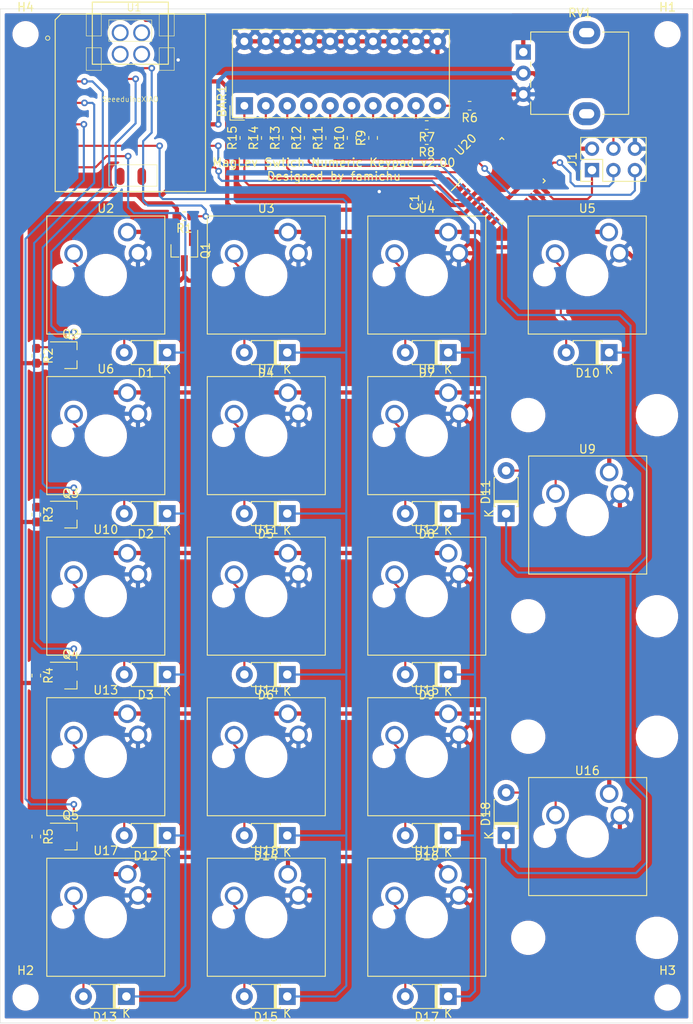
<source format=kicad_pcb>
(kicad_pcb (version 20171130) (host pcbnew "(5.1.9)-1")
  (layers (0 F.Cu signal) (31 B.Cu signal) (34 B.Paste user) (35 F.Paste user) (36 B.SilkS user) (37 F.SilkS user) (38 B.Mask user) (39 F.Mask user) (44 Edge.Cuts user))
  (net 0 "")
  (net 1 "Net-(D1-Pad2)")
  (net 2 /COL_0)
  (net 3 "Net-(D2-Pad2)")
  (net 4 /COL_1)
  (net 5 "Net-(D3-Pad2)")
  (net 6 /COL_2)
  (net 7 "Net-(D4-Pad2)")
  (net 8 /COL_3)
  (net 9 "Net-(D5-Pad2)")
  (net 10 "Net-(D6-Pad2)")
  (net 11 "Net-(D7-Pad2)")
  (net 12 "Net-(D8-Pad2)")
  (net 13 "Net-(D9-Pad2)")
  (net 14 "Net-(D10-Pad2)")
  (net 15 "Net-(D11-Pad2)")
  (net 16 "Net-(D12-Pad2)")
  (net 17 "Net-(D13-Pad2)")
  (net 18 "Net-(D14-Pad2)")
  (net 19 "Net-(D15-Pad2)")
  (net 20 "Net-(D16-Pad2)")
  (net 21 "Net-(D17-Pad2)")
  (net 22 "Net-(D18-Pad2)")
  (net 23 GND)
  (net 24 /ROW_0)
  (net 25 /ROW_1)
  (net 26 /ROW_2)
  (net 27 /ROW_3)
  (net 28 /ROW_4)
  (net 29 "Net-(U1-Pad14)")
  (net 30 +3V3)
  (net 31 "Net-(U1-Pad11)")
  (net 32 "Net-(U1-Pad15)")
  (net 33 "Net-(U1-Pad16)")
  (net 34 "Net-(U1-Pad17)")
  (net 35 "Net-(U1-Pad18)")
  (net 36 "Net-(U1-Pad19)")
  (net 37 "Net-(U1-Pad20)")
  (net 38 "Net-(BAR1-Pad1)")
  (net 39 "Net-(BAR1-Pad2)")
  (net 40 "Net-(BAR1-Pad3)")
  (net 41 "Net-(BAR1-Pad4)")
  (net 42 "Net-(BAR1-Pad5)")
  (net 43 "Net-(BAR1-Pad6)")
  (net 44 "Net-(BAR1-Pad7)")
  (net 45 "Net-(BAR1-Pad8)")
  (net 46 "Net-(BAR1-Pad10)")
  (net 47 "Net-(BAR1-Pad9)")
  (net 48 /MISO)
  (net 49 /SCK)
  (net 50 /RST)
  (net 51 /MOSI)
  (net 52 "Net-(Q1-Pad3)")
  (net 53 "Net-(Q2-Pad3)")
  (net 54 "Net-(Q3-Pad3)")
  (net 55 "Net-(Q4-Pad3)")
  (net 56 "Net-(Q5-Pad3)")
  (net 57 "Net-(R6-Pad1)")
  (net 58 "Net-(R7-Pad1)")
  (net 59 "Net-(R8-Pad1)")
  (net 60 "Net-(R9-Pad1)")
  (net 61 "Net-(R10-Pad1)")
  (net 62 "Net-(R11-Pad1)")
  (net 63 "Net-(R12-Pad1)")
  (net 64 "Net-(R13-Pad1)")
  (net 65 "Net-(R14-Pad1)")
  (net 66 "Net-(R15-Pad1)")
  (net 67 /VOL)
  (net 68 "Net-(U20-Pad7)")
  (net 69 "Net-(U20-Pad8)")
  (net 70 "Net-(U20-Pad9)")
  (net 71 "Net-(U20-Pad10)")
  (net 72 "Net-(U20-Pad11)")
  (net 73 "Net-(U20-Pad12)")
  (net 74 "Net-(U20-Pad13)")
  (net 75 "Net-(U20-Pad14)")
  (net 76 "Net-(U20-Pad19)")
  (net 77 "Net-(U20-Pad22)")
  (net 78 "Net-(U20-Pad20)")
  (module MagLev_Switch:SW_MagLev_1.00u_PCB (layer F.Cu) (at 134.675 144.295)
    (fp_text reference U18 (at -2.54 -2.794) (layer F.SilkS))
    (fp_text value MagLevSwitch)
    (pad 1 thru_hole circle (at 0 0) (size 2.2 2.2) (drill 1.5) (layers *.Cu *.Mask) (net 56 "Net-(Q5-Pad3)"))
    (pad 2 thru_hole circle (at -6.35 2.54) (size 2.2 2.2) (drill 1.5) (layers *.Cu *.Mask) (net 19 "Net-(D15-Pad2)"))
    (pad "" np_thru_hole circle (at -2.54 5.08) (size 4 4) (drill 4) (layers *.Cu *.Mask))
    (pad "" np_thru_hole circle (at -7.62 5.08) (size 1.7 1.7) (drill 1.7) (layers *.Cu *.Mask))
    (pad 3 thru_hole circle (at 1.27 2.5) (size 2.2 2.2) (drill 1.5) (layers *.Cu *.Mask) (net 23 GND))
  )
  (module MagLev_Switch:SW_MagLev_1.00u_PCB (layer F.Cu) (at 153.675 106.295)
    (fp_text reference U12 (at -2.54 -2.794) (layer F.SilkS))
    (fp_text value MagLevSwitch)
    (pad 1 thru_hole circle (at 0 0) (size 2.2 2.2) (drill 1.5) (layers *.Cu *.Mask) (net 54 "Net-(Q3-Pad3)"))
    (pad 2 thru_hole circle (at -6.35 2.54) (size 2.2 2.2) (drill 1.5) (layers *.Cu *.Mask) (net 13 "Net-(D9-Pad2)"))
    (pad "" np_thru_hole circle (at -2.54 5.08) (size 4 4) (drill 4) (layers *.Cu *.Mask))
    (pad "" np_thru_hole circle (at -7.62 5.08) (size 1.7 1.7) (drill 1.7) (layers *.Cu *.Mask))
    (pad 3 thru_hole circle (at 1.27 2.5) (size 2.2 2.2) (drill 1.5) (layers *.Cu *.Mask) (net 23 GND))
  )
  (module MagLev_Switch:SW_MagLev_1.00u_PCB (layer F.Cu) (at 134.675 87.295)
    (fp_text reference U7 (at -2.54 -2.794) (layer F.SilkS))
    (fp_text value MagLevSwitch)
    (pad 1 thru_hole circle (at 0 0) (size 2.2 2.2) (drill 1.5) (layers *.Cu *.Mask) (net 53 "Net-(Q2-Pad3)"))
    (pad 2 thru_hole circle (at -6.35 2.54) (size 2.2 2.2) (drill 1.5) (layers *.Cu *.Mask) (net 9 "Net-(D5-Pad2)"))
    (pad "" np_thru_hole circle (at -2.54 5.08) (size 4 4) (drill 4) (layers *.Cu *.Mask))
    (pad "" np_thru_hole circle (at -7.62 5.08) (size 1.7 1.7) (drill 1.7) (layers *.Cu *.Mask))
    (pad 3 thru_hole circle (at 1.27 2.5) (size 2.2 2.2) (drill 1.5) (layers *.Cu *.Mask) (net 23 GND))
  )
  (module MountingHole:MountingHole_2.1mm (layer F.Cu) (at 103.635 44.875)
    (fp_text reference H4 (at 0 -3.2) (layer F.SilkS))
    (fp_text value MountingHole)
    (pad "" np_thru_hole circle (at 0 0) (size 2.1 2.1) (drill 2.1) (layers *.Cu *.Mask))
  )
  (module Diode_THT:D_T-1_P5.08mm_Horizontal (layer F.Cu) (at 153.67 158.75 180)
    (fp_text reference D17 (at 2.54 -2.42) (layer F.SilkS))
    (fp_text value D)
    (fp_text user K (at 0 -2) (layer F.SilkS))
    (pad 2 thru_hole oval (at 5.08 0 180) (size 2 2) (drill 1) (layers *.Cu *.Mask) (net 21 "Net-(D17-Pad2)"))
    (pad 1 thru_hole rect (at 0 0 180) (size 2 2) (drill 1) (layers *.Cu *.Mask) (net 6 /COL_2))
  )
  (module Diode_THT:D_T-1_P5.08mm_Horizontal (layer F.Cu) (at 134.62 158.75 180)
    (fp_text reference D15 (at 2.54 -2.42) (layer F.SilkS))
    (fp_text value D)
    (fp_text user K (at 0 -2) (layer F.SilkS))
    (pad 2 thru_hole oval (at 5.08 0 180) (size 2 2) (drill 1) (layers *.Cu *.Mask) (net 19 "Net-(D15-Pad2)"))
    (pad 1 thru_hole rect (at 0 0 180) (size 2 2) (drill 1) (layers *.Cu *.Mask) (net 4 /COL_1))
  )
  (module Diode_THT:D_T-1_P5.08mm_Horizontal (layer F.Cu) (at 115.57 158.75 180)
    (fp_text reference D13 (at 2.54 -2.42) (layer F.SilkS))
    (fp_text value D)
    (fp_text user K (at 0 -2) (layer F.SilkS))
    (pad 2 thru_hole oval (at 5.08 0 180) (size 2 2) (drill 1) (layers *.Cu *.Mask) (net 17 "Net-(D13-Pad2)"))
    (pad 1 thru_hole rect (at 0 0 180) (size 2 2) (drill 1) (layers *.Cu *.Mask) (net 2 /COL_0))
  )
  (module Diode_THT:D_T-1_P5.08mm_Horizontal (layer F.Cu) (at 160.528 139.7 90)
    (fp_text reference D18 (at 2.54 -2.42 90) (layer F.SilkS))
    (fp_text value D)
    (fp_text user K (at 0 -2 90) (layer F.SilkS))
    (pad 2 thru_hole oval (at 5.08 0 90) (size 2 2) (drill 1) (layers *.Cu *.Mask) (net 22 "Net-(D18-Pad2)"))
    (pad 1 thru_hole rect (at 0 0 90) (size 2 2) (drill 1) (layers *.Cu *.Mask) (net 8 /COL_3))
  )
  (module Diode_THT:D_T-1_P5.08mm_Horizontal (layer F.Cu) (at 153.67 139.7 180)
    (fp_text reference D16 (at 2.54 -2.42) (layer F.SilkS))
    (fp_text value D)
    (fp_text user K (at 0 -2) (layer F.SilkS))
    (pad 2 thru_hole oval (at 5.08 0 180) (size 2 2) (drill 1) (layers *.Cu *.Mask) (net 20 "Net-(D16-Pad2)"))
    (pad 1 thru_hole rect (at 0 0 180) (size 2 2) (drill 1) (layers *.Cu *.Mask) (net 6 /COL_2))
  )
  (module Diode_THT:D_T-1_P5.08mm_Horizontal (layer F.Cu) (at 134.62 139.7 180)
    (fp_text reference D14 (at 2.54 -2.42) (layer F.SilkS))
    (fp_text value D)
    (fp_text user K (at 0 -2) (layer F.SilkS))
    (pad 2 thru_hole oval (at 5.08 0 180) (size 2 2) (drill 1) (layers *.Cu *.Mask) (net 18 "Net-(D14-Pad2)"))
    (pad 1 thru_hole rect (at 0 0 180) (size 2 2) (drill 1) (layers *.Cu *.Mask) (net 4 /COL_1))
  )
  (module Diode_THT:D_T-1_P5.08mm_Horizontal (layer F.Cu) (at 120.399 139.7 180)
    (fp_text reference D12 (at 2.54 -2.42) (layer F.SilkS))
    (fp_text value D)
    (fp_text user K (at 0 -2) (layer F.SilkS))
    (pad 2 thru_hole oval (at 5.08 0 180) (size 2 2) (drill 1) (layers *.Cu *.Mask) (net 16 "Net-(D12-Pad2)"))
    (pad 1 thru_hole rect (at 0 0 180) (size 2 2) (drill 1) (layers *.Cu *.Mask) (net 2 /COL_0))
  )
  (module Diode_THT:D_T-1_P5.08mm_Horizontal (layer F.Cu) (at 153.67 120.65 180)
    (fp_text reference D9 (at 2.54 -2.42) (layer F.SilkS))
    (fp_text value D)
    (fp_text user K (at 0 -2) (layer F.SilkS))
    (pad 2 thru_hole oval (at 5.08 0 180) (size 2 2) (drill 1) (layers *.Cu *.Mask) (net 13 "Net-(D9-Pad2)"))
    (pad 1 thru_hole rect (at 0 0 180) (size 2 2) (drill 1) (layers *.Cu *.Mask) (net 6 /COL_2))
  )
  (module Diode_THT:D_T-1_P5.08mm_Horizontal (layer F.Cu) (at 134.62 120.65 180)
    (fp_text reference D6 (at 2.54 -2.42) (layer F.SilkS))
    (fp_text value D)
    (fp_text user K (at 0 -2) (layer F.SilkS))
    (pad 2 thru_hole oval (at 5.08 0 180) (size 2 2) (drill 1) (layers *.Cu *.Mask) (net 10 "Net-(D6-Pad2)"))
    (pad 1 thru_hole rect (at 0 0 180) (size 2 2) (drill 1) (layers *.Cu *.Mask) (net 4 /COL_1))
  )
  (module Diode_THT:D_T-1_P5.08mm_Horizontal (layer F.Cu) (at 120.399 120.65 180)
    (fp_text reference D3 (at 2.54 -2.42) (layer F.SilkS))
    (fp_text value D)
    (fp_text user K (at 0 -2) (layer F.SilkS))
    (pad 2 thru_hole oval (at 5.08 0 180) (size 2 2) (drill 1) (layers *.Cu *.Mask) (net 5 "Net-(D3-Pad2)"))
    (pad 1 thru_hole rect (at 0 0 180) (size 2 2) (drill 1) (layers *.Cu *.Mask) (net 2 /COL_0))
  )
  (module Diode_THT:D_T-1_P5.08mm_Horizontal (layer F.Cu) (at 160.528 101.6 90)
    (fp_text reference D11 (at 2.54 -2.42 90) (layer F.SilkS))
    (fp_text value D)
    (fp_text user K (at 0 -2 90) (layer F.SilkS))
    (pad 2 thru_hole oval (at 5.08 0 90) (size 2 2) (drill 1) (layers *.Cu *.Mask) (net 15 "Net-(D11-Pad2)"))
    (pad 1 thru_hole rect (at 0 0 90) (size 2 2) (drill 1) (layers *.Cu *.Mask) (net 8 /COL_3))
  )
  (module Diode_THT:D_T-1_P5.08mm_Horizontal (layer F.Cu) (at 153.67 101.6 180)
    (fp_text reference D8 (at 2.54 -2.42) (layer F.SilkS))
    (fp_text value D)
    (fp_text user K (at 0 -2) (layer F.SilkS))
    (pad 2 thru_hole oval (at 5.08 0 180) (size 2 2) (drill 1) (layers *.Cu *.Mask) (net 12 "Net-(D8-Pad2)"))
    (pad 1 thru_hole rect (at 0 0 180) (size 2 2) (drill 1) (layers *.Cu *.Mask) (net 6 /COL_2))
  )
  (module Diode_THT:D_T-1_P5.08mm_Horizontal (layer F.Cu) (at 134.62 101.6 180)
    (fp_text reference D5 (at 2.54 -2.42) (layer F.SilkS))
    (fp_text value D)
    (fp_text user K (at 0 -2) (layer F.SilkS))
    (pad 2 thru_hole oval (at 5.08 0 180) (size 2 2) (drill 1) (layers *.Cu *.Mask) (net 9 "Net-(D5-Pad2)"))
    (pad 1 thru_hole rect (at 0 0 180) (size 2 2) (drill 1) (layers *.Cu *.Mask) (net 4 /COL_1))
  )
  (module Diode_THT:D_T-1_P5.08mm_Horizontal (layer F.Cu) (at 120.399 101.6 180)
    (fp_text reference D2 (at 2.54 -2.42) (layer F.SilkS))
    (fp_text value D)
    (fp_text user K (at 0 -2) (layer F.SilkS))
    (pad 2 thru_hole oval (at 5.08 0 180) (size 2 2) (drill 1) (layers *.Cu *.Mask) (net 3 "Net-(D2-Pad2)"))
    (pad 1 thru_hole rect (at 0 0 180) (size 2 2) (drill 1) (layers *.Cu *.Mask) (net 2 /COL_0))
  )
  (module Diode_THT:D_T-1_P5.08mm_Horizontal (layer F.Cu) (at 172.72 82.55 180)
    (fp_text reference D10 (at 2.54 -2.42) (layer F.SilkS))
    (fp_text value D)
    (fp_text user K (at 0 -2) (layer F.SilkS))
    (pad 2 thru_hole oval (at 5.08 0 180) (size 2 2) (drill 1) (layers *.Cu *.Mask) (net 14 "Net-(D10-Pad2)"))
    (pad 1 thru_hole rect (at 0 0 180) (size 2 2) (drill 1) (layers *.Cu *.Mask) (net 8 /COL_3))
  )
  (module Diode_THT:D_T-1_P5.08mm_Horizontal (layer F.Cu) (at 153.67 82.55 180)
    (fp_text reference D7 (at 2.54 -2.42) (layer F.SilkS))
    (fp_text value D)
    (fp_text user K (at 0 -2) (layer F.SilkS))
    (pad 2 thru_hole oval (at 5.08 0 180) (size 2 2) (drill 1) (layers *.Cu *.Mask) (net 11 "Net-(D7-Pad2)"))
    (pad 1 thru_hole rect (at 0 0 180) (size 2 2) (drill 1) (layers *.Cu *.Mask) (net 6 /COL_2))
  )
  (module Diode_THT:D_T-1_P5.08mm_Horizontal (layer F.Cu) (at 134.62 82.55 180)
    (fp_text reference D4 (at 2.54 -2.42) (layer F.SilkS))
    (fp_text value D)
    (fp_text user K (at 0 -2) (layer F.SilkS))
    (pad 2 thru_hole oval (at 5.08 0 180) (size 2 2) (drill 1) (layers *.Cu *.Mask) (net 7 "Net-(D4-Pad2)"))
    (pad 1 thru_hole rect (at 0 0 180) (size 2 2) (drill 1) (layers *.Cu *.Mask) (net 4 /COL_1))
  )
  (module Diode_THT:D_T-1_P5.08mm_Horizontal (layer F.Cu) (at 120.399 82.55 180)
    (fp_text reference D1 (at 2.54 -2.42) (layer F.SilkS))
    (fp_text value D)
    (fp_text user K (at 0 -2) (layer F.SilkS))
    (pad 2 thru_hole oval (at 5.08 0 180) (size 2 2) (drill 1) (layers *.Cu *.Mask) (net 1 "Net-(D1-Pad2)"))
    (pad 1 thru_hole rect (at 0 0 180) (size 2 2) (drill 1) (layers *.Cu *.Mask) (net 2 /COL_0))
  )
  (module Display:HDSP-4850 (layer F.Cu) (at 129.54 53.34 90)
    (fp_text reference BAR1 (at 0.53 -2.65 90) (layer F.SilkS))
    (fp_text value HDSP-4850_2)
    (pad 1 thru_hole rect (at 0 0) (size 2.032 2.032) (drill 0.9144) (layers *.Cu *.Mask) (net 38 "Net-(BAR1-Pad1)"))
    (pad 2 thru_hole circle (at 0 2.54) (size 2.032 2.032) (drill 0.9144) (layers *.Cu *.Mask) (net 39 "Net-(BAR1-Pad2)"))
    (pad 3 thru_hole circle (at 0 5.08) (size 2.032 2.032) (drill 0.9144) (layers *.Cu *.Mask) (net 40 "Net-(BAR1-Pad3)"))
    (pad 4 thru_hole circle (at 0 7.62) (size 2.032 2.032) (drill 0.9144) (layers *.Cu *.Mask) (net 41 "Net-(BAR1-Pad4)"))
    (pad 13 thru_hole circle (at 7.62 17.78) (size 2.032 2.032) (drill 0.9144) (layers *.Cu *.Mask) (net 23 GND))
    (pad 14 thru_hole circle (at 7.62 15.24) (size 2.032 2.032) (drill 0.9144) (layers *.Cu *.Mask) (net 23 GND))
    (pad 15 thru_hole circle (at 7.62 12.7) (size 2.032 2.032) (drill 0.9144) (layers *.Cu *.Mask) (net 23 GND))
    (pad 16 thru_hole circle (at 7.62 10.16) (size 2.032 2.032) (drill 0.9144) (layers *.Cu *.Mask) (net 23 GND))
    (pad 5 thru_hole circle (at 0 10.16) (size 2.032 2.032) (drill 0.9144) (layers *.Cu *.Mask) (net 42 "Net-(BAR1-Pad5)"))
    (pad 6 thru_hole circle (at 0 12.7) (size 2.032 2.032) (drill 0.9144) (layers *.Cu *.Mask) (net 43 "Net-(BAR1-Pad6)"))
    (pad 7 thru_hole circle (at 0 15.24) (size 2.032 2.032) (drill 0.9144) (layers *.Cu *.Mask) (net 44 "Net-(BAR1-Pad7)"))
    (pad 8 thru_hole circle (at 0 17.78) (size 2.032 2.032) (drill 0.9144) (layers *.Cu *.Mask) (net 45 "Net-(BAR1-Pad8)"))
    (pad 12 thru_hole circle (at 7.62 20.32) (size 2.032 2.032) (drill 0.9144) (layers *.Cu *.Mask) (net 23 GND))
    (pad 11 thru_hole circle (at 7.62 22.86) (size 2.032 2.032) (drill 0.9144) (layers *.Cu *.Mask) (net 23 GND))
    (pad 10 thru_hole circle (at 0 22.86) (size 2.032 2.032) (drill 0.9144) (layers *.Cu *.Mask) (net 46 "Net-(BAR1-Pad10)"))
    (pad 9 thru_hole circle (at 0 20.32) (size 2.032 2.032) (drill 0.9144) (layers *.Cu *.Mask) (net 47 "Net-(BAR1-Pad9)"))
    (pad 17 thru_hole circle (at 7.62 7.62) (size 2.032 2.032) (drill 0.9144) (layers *.Cu *.Mask) (net 23 GND))
    (pad 18 thru_hole circle (at 7.62 5.08) (size 2.032 2.032) (drill 0.9144) (layers *.Cu *.Mask) (net 23 GND))
    (pad 19 thru_hole circle (at 7.62 2.54) (size 2.032 2.032) (drill 0.9144) (layers *.Cu *.Mask) (net 23 GND))
    (pad 20 thru_hole circle (at 7.62 0) (size 2.032 2.032) (drill 0.9144) (layers *.Cu *.Mask) (net 23 GND))
  )
  (module Capacitor_SMD:C_0603_1608Metric_Pad1.05x0.95mm_HandSolder (layer F.Cu) (at 151.13 64.77 90)
    (fp_text reference C1 (at 0 -1.43 90) (layer F.SilkS))
    (fp_text value C)
    (pad 1 smd roundrect (at -0.875 0 90) (size 1.05 0.95) (layers F.Cu F.Paste F.Mask) (net 30 +3V3))
    (pad 2 smd roundrect (at 0.875 0 90) (size 1.05 0.95) (layers F.Cu F.Paste F.Mask) (net 23 GND))
  )
  (module Connector_PinHeader_2.54mm:PinHeader_2x03_P2.54mm_Vertical (layer F.Cu) (at 170.691 60.96 90)
    (fp_text reference J1 (at 1.27 -2.33 90) (layer F.SilkS))
    (fp_text value Conn_02x03_Odd_Even)
    (pad 6 thru_hole oval (at 2.54 5.08 90) (size 1.7 1.7) (drill 1) (layers *.Cu *.Mask) (net 23 GND))
    (pad 5 thru_hole oval (at 0 5.08 90) (size 1.7 1.7) (drill 1) (layers *.Cu *.Mask) (net 50 /RST))
    (pad 4 thru_hole oval (at 2.54 2.54 90) (size 1.7 1.7) (drill 1) (layers *.Cu *.Mask) (net 51 /MOSI))
    (pad 3 thru_hole oval (at 0 2.54 90) (size 1.7 1.7) (drill 1) (layers *.Cu *.Mask) (net 49 /SCK))
    (pad 2 thru_hole oval (at 2.54 0 90) (size 1.7 1.7) (drill 1) (layers *.Cu *.Mask) (net 30 +3V3))
    (pad 1 thru_hole rect (at 0 0 90) (size 1.7 1.7) (drill 1) (layers *.Cu *.Mask) (net 48 /MISO))
  )
  (module Package_TO_SOT_SMD:SOT-23_Handsoldering (layer F.Cu) (at 122.431 70.483 270)
    (fp_text reference Q1 (at 0 -2.5 90) (layer F.SilkS))
    (fp_text value Q_PMOS_GSD)
    (pad 1 smd rect (at -1.5 -0.95 270) (size 1.9 0.8) (layers F.Cu F.Paste F.Mask) (net 24 /ROW_0))
    (pad 2 smd rect (at -1.5 0.95 270) (size 1.9 0.8) (layers F.Cu F.Paste F.Mask) (net 30 +3V3))
    (pad 3 smd rect (at 1.5 0 270) (size 1.9 0.8) (layers F.Cu F.Paste F.Mask) (net 52 "Net-(Q1-Pad3)"))
  )
  (module Package_TO_SOT_SMD:SOT-23_Handsoldering (layer F.Cu) (at 108.969 82.863)
    (fp_text reference Q2 (at 0 -2.5) (layer F.SilkS))
    (fp_text value Q_PMOS_GSD)
    (pad 1 smd rect (at -1.5 -0.95) (size 1.9 0.8) (layers F.Cu F.Paste F.Mask) (net 25 /ROW_1))
    (pad 2 smd rect (at -1.5 0.95) (size 1.9 0.8) (layers F.Cu F.Paste F.Mask) (net 30 +3V3))
    (pad 3 smd rect (at 1.5 0) (size 1.9 0.8) (layers F.Cu F.Paste F.Mask) (net 53 "Net-(Q2-Pad3)"))
  )
  (module Package_TO_SOT_SMD:SOT-23_Handsoldering (layer F.Cu) (at 108.969 101.725)
    (fp_text reference Q3 (at 0 -2.5) (layer F.SilkS))
    (fp_text value Q_PMOS_GSD)
    (pad 1 smd rect (at -1.5 -0.95) (size 1.9 0.8) (layers F.Cu F.Paste F.Mask) (net 26 /ROW_2))
    (pad 2 smd rect (at -1.5 0.95) (size 1.9 0.8) (layers F.Cu F.Paste F.Mask) (net 30 +3V3))
    (pad 3 smd rect (at 1.5 0) (size 1.9 0.8) (layers F.Cu F.Paste F.Mask) (net 54 "Net-(Q3-Pad3)"))
  )
  (module Package_TO_SOT_SMD:SOT-23_Handsoldering (layer F.Cu) (at 108.969 120.775)
    (fp_text reference Q4 (at 0 -2.5) (layer F.SilkS))
    (fp_text value Q_PMOS_GSD)
    (pad 3 smd rect (at 1.5 0) (size 1.9 0.8) (layers F.Cu F.Paste F.Mask) (net 55 "Net-(Q4-Pad3)"))
    (pad 2 smd rect (at -1.5 0.95) (size 1.9 0.8) (layers F.Cu F.Paste F.Mask) (net 30 +3V3))
    (pad 1 smd rect (at -1.5 -0.95) (size 1.9 0.8) (layers F.Cu F.Paste F.Mask) (net 27 /ROW_3))
  )
  (module Package_TO_SOT_SMD:SOT-23_Handsoldering (layer F.Cu) (at 108.969 139.825)
    (fp_text reference Q5 (at 0 -2.5) (layer F.SilkS))
    (fp_text value Q_PMOS_GSD)
    (pad 1 smd rect (at -1.5 -0.95) (size 1.9 0.8) (layers F.Cu F.Paste F.Mask) (net 28 /ROW_4))
    (pad 2 smd rect (at -1.5 0.95) (size 1.9 0.8) (layers F.Cu F.Paste F.Mask) (net 30 +3V3))
    (pad 3 smd rect (at 1.5 0) (size 1.9 0.8) (layers F.Cu F.Paste F.Mask) (net 56 "Net-(Q5-Pad3)"))
  )
  (module Resistor_SMD:R_0603_1608Metric_Pad1.05x0.95mm_HandSolder (layer F.Cu) (at 122.431 66.419 180)
    (fp_text reference R1 (at 0 -1.43) (layer F.SilkS))
    (fp_text value 1k)
    (pad 2 smd roundrect (at 0.875 0 180) (size 1.05 0.95) (layers F.Cu F.Paste F.Mask) (net 30 +3V3))
    (pad 1 smd roundrect (at -0.875 0 180) (size 1.05 0.95) (layers F.Cu F.Paste F.Mask) (net 24 /ROW_0))
  )
  (module Resistor_SMD:R_0603_1608Metric_Pad1.05x0.95mm_HandSolder (layer F.Cu) (at 104.905 82.929 270)
    (fp_text reference R2 (at 0 -1.43 90) (layer F.SilkS))
    (fp_text value 1k)
    (pad 1 smd roundrect (at -0.875 0 270) (size 1.05 0.95) (layers F.Cu F.Paste F.Mask) (net 25 /ROW_1))
    (pad 2 smd roundrect (at 0.875 0 270) (size 1.05 0.95) (layers F.Cu F.Paste F.Mask) (net 30 +3V3))
  )
  (module Resistor_SMD:R_0603_1608Metric_Pad1.05x0.95mm_HandSolder (layer F.Cu) (at 104.905 101.725 270)
    (fp_text reference R3 (at 0 -1.43 90) (layer F.SilkS))
    (fp_text value 1k)
    (pad 2 smd roundrect (at 0.875 0 270) (size 1.05 0.95) (layers F.Cu F.Paste F.Mask) (net 30 +3V3))
    (pad 1 smd roundrect (at -0.875 0 270) (size 1.05 0.95) (layers F.Cu F.Paste F.Mask) (net 26 /ROW_2))
  )
  (module Resistor_SMD:R_0603_1608Metric_Pad1.05x0.95mm_HandSolder (layer F.Cu) (at 104.905 120.775 270)
    (fp_text reference R4 (at 0 -1.43 90) (layer F.SilkS))
    (fp_text value 1k)
    (pad 1 smd roundrect (at -0.875 0 270) (size 1.05 0.95) (layers F.Cu F.Paste F.Mask) (net 27 /ROW_3))
    (pad 2 smd roundrect (at 0.875 0 270) (size 1.05 0.95) (layers F.Cu F.Paste F.Mask) (net 30 +3V3))
  )
  (module Resistor_SMD:R_0603_1608Metric_Pad1.05x0.95mm_HandSolder (layer F.Cu) (at 104.905 139.825 270)
    (fp_text reference R5 (at 0 -1.43 90) (layer F.SilkS))
    (fp_text value 1k)
    (pad 1 smd roundrect (at -0.875 0 270) (size 1.05 0.95) (layers F.Cu F.Paste F.Mask) (net 28 /ROW_4))
    (pad 2 smd roundrect (at 0.875 0 270) (size 1.05 0.95) (layers F.Cu F.Paste F.Mask) (net 30 +3V3))
  )
  (module Resistor_SMD:R_0603_1608Metric_Pad1.05x0.95mm_HandSolder (layer F.Cu) (at 156.21 53.34 180)
    (fp_text reference R6 (at 0 -1.43) (layer F.SilkS))
    (fp_text value 10)
    (pad 2 smd roundrect (at 0.875 0 180) (size 1.05 0.95) (layers F.Cu F.Paste F.Mask) (net 46 "Net-(BAR1-Pad10)"))
    (pad 1 smd roundrect (at -0.875 0 180) (size 1.05 0.95) (layers F.Cu F.Paste F.Mask) (net 57 "Net-(R6-Pad1)"))
  )
  (module Resistor_SMD:R_0603_1608Metric_Pad1.05x0.95mm_HandSolder (layer F.Cu) (at 151.13 55.626 180)
    (fp_text reference R7 (at 0 -1.43) (layer F.SilkS))
    (fp_text value 10)
    (pad 1 smd roundrect (at -0.875 0 180) (size 1.05 0.95) (layers F.Cu F.Paste F.Mask) (net 58 "Net-(R7-Pad1)"))
    (pad 2 smd roundrect (at 0.875 0 180) (size 1.05 0.95) (layers F.Cu F.Paste F.Mask) (net 47 "Net-(BAR1-Pad9)"))
  )
  (module Resistor_SMD:R_0603_1608Metric_Pad1.05x0.95mm_HandSolder (layer F.Cu) (at 151.13 57.404 180)
    (fp_text reference R8 (at 0 -1.43) (layer F.SilkS))
    (fp_text value 10)
    (pad 1 smd roundrect (at -0.875 0 180) (size 1.05 0.95) (layers F.Cu F.Paste F.Mask) (net 59 "Net-(R8-Pad1)"))
    (pad 2 smd roundrect (at 0.875 0 180) (size 1.05 0.95) (layers F.Cu F.Paste F.Mask) (net 45 "Net-(BAR1-Pad8)"))
  )
  (module Resistor_SMD:R_0603_1608Metric_Pad1.05x0.95mm_HandSolder (layer F.Cu) (at 144.78 57.15 90)
    (fp_text reference R9 (at 0 -1.43 90) (layer F.SilkS))
    (fp_text value 10)
    (pad 1 smd roundrect (at -0.875 0 90) (size 1.05 0.95) (layers F.Cu F.Paste F.Mask) (net 60 "Net-(R9-Pad1)"))
    (pad 2 smd roundrect (at 0.875 0 90) (size 1.05 0.95) (layers F.Cu F.Paste F.Mask) (net 44 "Net-(BAR1-Pad7)"))
  )
  (module Resistor_SMD:R_0603_1608Metric_Pad1.05x0.95mm_HandSolder (layer F.Cu) (at 142.24 57.15 90)
    (fp_text reference R10 (at 0 -1.43 90) (layer F.SilkS))
    (fp_text value 10)
    (pad 2 smd roundrect (at 0.875 0 90) (size 1.05 0.95) (layers F.Cu F.Paste F.Mask) (net 43 "Net-(BAR1-Pad6)"))
    (pad 1 smd roundrect (at -0.875 0 90) (size 1.05 0.95) (layers F.Cu F.Paste F.Mask) (net 61 "Net-(R10-Pad1)"))
  )
  (module Resistor_SMD:R_0603_1608Metric_Pad1.05x0.95mm_HandSolder (layer F.Cu) (at 139.7 57.15 90)
    (fp_text reference R11 (at 0 -1.43 90) (layer F.SilkS))
    (fp_text value 10)
    (pad 1 smd roundrect (at -0.875 0 90) (size 1.05 0.95) (layers F.Cu F.Paste F.Mask) (net 62 "Net-(R11-Pad1)"))
    (pad 2 smd roundrect (at 0.875 0 90) (size 1.05 0.95) (layers F.Cu F.Paste F.Mask) (net 42 "Net-(BAR1-Pad5)"))
  )
  (module Resistor_SMD:R_0603_1608Metric_Pad1.05x0.95mm_HandSolder (layer F.Cu) (at 137.16 57.15 90)
    (fp_text reference R12 (at 0 -1.43 90) (layer F.SilkS))
    (fp_text value 10)
    (pad 2 smd roundrect (at 0.875 0 90) (size 1.05 0.95) (layers F.Cu F.Paste F.Mask) (net 41 "Net-(BAR1-Pad4)"))
    (pad 1 smd roundrect (at -0.875 0 90) (size 1.05 0.95) (layers F.Cu F.Paste F.Mask) (net 63 "Net-(R12-Pad1)"))
  )
  (module Resistor_SMD:R_0603_1608Metric_Pad1.05x0.95mm_HandSolder (layer F.Cu) (at 134.62 57.15 90)
    (fp_text reference R13 (at 0 -1.43 90) (layer F.SilkS))
    (fp_text value 10)
    (pad 1 smd roundrect (at -0.875 0 90) (size 1.05 0.95) (layers F.Cu F.Paste F.Mask) (net 64 "Net-(R13-Pad1)"))
    (pad 2 smd roundrect (at 0.875 0 90) (size 1.05 0.95) (layers F.Cu F.Paste F.Mask) (net 40 "Net-(BAR1-Pad3)"))
  )
  (module Resistor_SMD:R_0603_1608Metric_Pad1.05x0.95mm_HandSolder (layer F.Cu) (at 132.08 57.15 90)
    (fp_text reference R14 (at 0 -1.43 90) (layer F.SilkS))
    (fp_text value 10)
    (pad 2 smd roundrect (at 0.875 0 90) (size 1.05 0.95) (layers F.Cu F.Paste F.Mask) (net 39 "Net-(BAR1-Pad2)"))
    (pad 1 smd roundrect (at -0.875 0 90) (size 1.05 0.95) (layers F.Cu F.Paste F.Mask) (net 65 "Net-(R14-Pad1)"))
  )
  (module Resistor_SMD:R_0603_1608Metric_Pad1.05x0.95mm_HandSolder (layer F.Cu) (at 129.54 57.15 90)
    (fp_text reference R15 (at 0 -1.43 90) (layer F.SilkS))
    (fp_text value 10)
    (pad 1 smd roundrect (at -0.875 0 90) (size 1.05 0.95) (layers F.Cu F.Paste F.Mask) (net 66 "Net-(R15-Pad1)"))
    (pad 2 smd roundrect (at 0.875 0 90) (size 1.05 0.95) (layers F.Cu F.Paste F.Mask) (net 38 "Net-(BAR1-Pad1)"))
  )
  (module Potentiometer_THT:Potentiometer_Alpha_RD901F-40-00D_Single_Vertical (layer F.Cu) (at 162.56 46.99)
    (fp_text reference RV1 (at 6.71 -4.64 180) (layer F.SilkS))
    (fp_text value R_POT)
    (pad 1 thru_hole rect (at 0 0 90) (size 1.8 1.8) (drill 1) (layers *.Cu *.Mask) (net 30 +3V3))
    (pad 2 thru_hole circle (at 0 2.5 90) (size 1.8 1.8) (drill 1) (layers *.Cu *.Mask) (net 67 /VOL))
    (pad 3 thru_hole circle (at 0 5 90) (size 1.8 1.8) (drill 1) (layers *.Cu *.Mask) (net 23 GND))
    (pad "" thru_hole oval (at 7.5 7.3 90) (size 2.72 3.24) (drill oval 1.1 1.8) (layers *.Cu *.Mask))
    (pad "" thru_hole oval (at 7.5 -2.3 90) (size 2.72 3.24) (drill oval 1.1 1.8) (layers *.Cu *.Mask))
  )
  (module Package_QFP:TQFP-32_7x7mm_P0.8mm (layer F.Cu) (at 160.02 62.23 45)
    (fp_text reference U20 (at 0 -6.05 45) (layer F.SilkS))
    (fp_text value ATmega328-AU)
    (pad 1 smd rect (at -4.25 -2.8 45) (size 1.6 0.55) (layers F.Cu F.Paste F.Mask) (net 65 "Net-(R14-Pad1)"))
    (pad 2 smd rect (at -4.25 -2 45) (size 1.6 0.55) (layers F.Cu F.Paste F.Mask) (net 66 "Net-(R15-Pad1)"))
    (pad 3 smd rect (at -4.25 -1.2 45) (size 1.6 0.55) (layers F.Cu F.Paste F.Mask) (net 23 GND))
    (pad 4 smd rect (at -4.25 -0.4 45) (size 1.6 0.55) (layers F.Cu F.Paste F.Mask) (net 30 +3V3))
    (pad 5 smd rect (at -4.25 0.4 45) (size 1.6 0.55) (layers F.Cu F.Paste F.Mask) (net 23 GND))
    (pad 6 smd rect (at -4.25 1.2 45) (size 1.6 0.55) (layers F.Cu F.Paste F.Mask) (net 30 +3V3))
    (pad 7 smd rect (at -4.25 2 45) (size 1.6 0.55) (layers F.Cu F.Paste F.Mask) (net 68 "Net-(U20-Pad7)"))
    (pad 8 smd rect (at -4.25 2.8 45) (size 1.6 0.55) (layers F.Cu F.Paste F.Mask) (net 69 "Net-(U20-Pad8)"))
    (pad 9 smd rect (at -2.8 4.25 135) (size 1.6 0.55) (layers F.Cu F.Paste F.Mask) (net 70 "Net-(U20-Pad9)"))
    (pad 10 smd rect (at -2 4.25 135) (size 1.6 0.55) (layers F.Cu F.Paste F.Mask) (net 71 "Net-(U20-Pad10)"))
    (pad 11 smd rect (at -1.2 4.25 135) (size 1.6 0.55) (layers F.Cu F.Paste F.Mask) (net 72 "Net-(U20-Pad11)"))
    (pad 12 smd rect (at -0.4 4.25 135) (size 1.6 0.55) (layers F.Cu F.Paste F.Mask) (net 73 "Net-(U20-Pad12)"))
    (pad 13 smd rect (at 0.4 4.25 135) (size 1.6 0.55) (layers F.Cu F.Paste F.Mask) (net 74 "Net-(U20-Pad13)"))
    (pad 14 smd rect (at 1.2 4.25 135) (size 1.6 0.55) (layers F.Cu F.Paste F.Mask) (net 75 "Net-(U20-Pad14)"))
    (pad 15 smd rect (at 2 4.25 135) (size 1.6 0.55) (layers F.Cu F.Paste F.Mask) (net 51 /MOSI))
    (pad 16 smd rect (at 2.8 4.25 135) (size 1.6 0.55) (layers F.Cu F.Paste F.Mask) (net 48 /MISO))
    (pad 17 smd rect (at 4.25 2.8 45) (size 1.6 0.55) (layers F.Cu F.Paste F.Mask) (net 49 /SCK))
    (pad 18 smd rect (at 4.25 2 45) (size 1.6 0.55) (layers F.Cu F.Paste F.Mask) (net 30 +3V3))
    (pad 19 smd rect (at 4.25 1.2 45) (size 1.6 0.55) (layers F.Cu F.Paste F.Mask) (net 76 "Net-(U20-Pad19)"))
    (pad 20 smd rect (at 4.25 0.4 45) (size 1.6 0.55) (layers F.Cu F.Paste F.Mask) (net 78 "Net-(U20-Pad20)"))
    (pad 21 smd rect (at 4.25 -0.4 45) (size 1.6 0.55) (layers F.Cu F.Paste F.Mask) (net 23 GND))
    (pad 22 smd rect (at 4.25 -1.2 45) (size 1.6 0.55) (layers F.Cu F.Paste F.Mask) (net 77 "Net-(U20-Pad22)"))
    (pad 23 smd rect (at 4.25 -2 45) (size 1.6 0.55) (layers F.Cu F.Paste F.Mask) (net 67 /VOL))
    (pad 24 smd rect (at 4.25 -2.8 45) (size 1.6 0.55) (layers F.Cu F.Paste F.Mask) (net 57 "Net-(R6-Pad1)"))
    (pad 25 smd rect (at 2.8 -4.25 135) (size 1.6 0.55) (layers F.Cu F.Paste F.Mask) (net 58 "Net-(R7-Pad1)"))
    (pad 26 smd rect (at 2 -4.25 135) (size 1.6 0.55) (layers F.Cu F.Paste F.Mask) (net 59 "Net-(R8-Pad1)"))
    (pad 27 smd rect (at 1.2 -4.25 135) (size 1.6 0.55) (layers F.Cu F.Paste F.Mask) (net 60 "Net-(R9-Pad1)"))
    (pad 28 smd rect (at 0.4 -4.25 135) (size 1.6 0.55) (layers F.Cu F.Paste F.Mask) (net 61 "Net-(R10-Pad1)"))
    (pad 29 smd rect (at -0.4 -4.25 135) (size 1.6 0.55) (layers F.Cu F.Paste F.Mask) (net 50 /RST))
    (pad 30 smd rect (at -1.2 -4.25 135) (size 1.6 0.55) (layers F.Cu F.Paste F.Mask) (net 62 "Net-(R11-Pad1)"))
    (pad 31 smd rect (at -2 -4.25 135) (size 1.6 0.55) (layers F.Cu F.Paste F.Mask) (net 63 "Net-(R12-Pad1)"))
    (pad 32 smd rect (at -2.8 -4.25 135) (size 1.6 0.55) (layers F.Cu F.Paste F.Mask) (net 64 "Net-(R13-Pad1)"))
  )
  (module MountingHole:MountingHole_2.1mm (layer F.Cu) (at 179.635 44.875)
    (fp_text reference H1 (at 0 -3.2) (layer F.SilkS))
    (fp_text value MountingHole)
    (pad "" np_thru_hole circle (at 0 0) (size 2.1 2.1) (drill 2.1) (layers *.Cu *.Mask))
  )
  (module MountingHole:MountingHole_2.1mm (layer F.Cu) (at 103.635 158.875)
    (fp_text reference H2 (at 0 -3.2) (layer F.SilkS))
    (fp_text value MountingHole)
    (pad "" np_thru_hole circle (at 0 0) (size 2.1 2.1) (drill 2.1) (layers *.Cu *.Mask))
  )
  (module MountingHole:MountingHole_2.1mm (layer F.Cu) (at 179.635 158.875)
    (fp_text reference H3 (at 0 -3.2) (layer F.SilkS))
    (fp_text value MountingHole)
    (pad "" np_thru_hole circle (at 0 0) (size 2.1 2.1) (drill 2.1) (layers *.Cu *.Mask))
  )
  (module "Seeeduino_XIAO_KICAD:Seeeduino XIAO-MOUDLE" (layer F.Cu) (at 107.143 63.498)
    (fp_text reference U1 (at 9.3345 -21.7805) (layer F.SilkS) (effects (font (size 0.889 0.889) (thickness 0.1016))))
    (fp_text value SeeeduinoXIAO (at 8.89 -10.922) (layer F.SilkS) (effects (font (size 0.6096 0.6096) (thickness 0.0762))))
    (pad 20 smd circle (at 10.238803 -16.264187 90) (size 1.143 1.143) (layers F.Cu F.Paste F.Mask) (net 37 "Net-(U1-Pad20)"))
    (pad 19 smd circle (at 7.698803 -16.264187 90) (size 1.143 1.143) (layers F.Cu F.Paste F.Mask) (net 36 "Net-(U1-Pad19)"))
    (pad 18 smd circle (at 10.238803 -18.804187 90) (size 1.143 1.143) (layers F.Cu F.Paste F.Mask) (net 35 "Net-(U1-Pad18)"))
    (pad 17 smd circle (at 7.698803 -18.804187 90) (size 1.143 1.143) (layers F.Cu F.Paste F.Mask) (net 34 "Net-(U1-Pad17)"))
    (pad 16 smd oval (at 10.25 -1.8 90) (size 2.032 1.016) (layers F.Cu F.Paste F.Mask) (net 33 "Net-(U1-Pad16)"))
    (pad 15 smd oval (at 7.7 -1.8 90) (size 2.032 1.016) (layers F.Cu F.Paste F.Mask) (net 32 "Net-(U1-Pad15)"))
    (pad 1 smd oval (at 0.83312 -18.11782) (size 2.74828 1.99898) (layers F.Cu F.Paste F.Mask) (net 24 /ROW_0))
    (pad 2 smd oval (at 0.83312 -15.57782) (size 2.74828 1.99898) (layers F.Cu F.Paste F.Mask) (net 25 /ROW_1))
    (pad 3 smd oval (at 0.83312 -13.03782) (size 2.74828 1.99898) (layers F.Cu F.Paste F.Mask) (net 26 /ROW_2))
    (pad 4 smd oval (at 0.83312 -10.49782) (size 2.74828 1.99898) (layers F.Cu F.Paste F.Mask) (net 27 /ROW_3))
    (pad 5 smd oval (at 0.83312 -7.95782) (size 2.74828 1.99898) (layers F.Cu F.Paste F.Mask) (net 28 /ROW_4))
    (pad 6 smd oval (at 0.83312 -5.41782) (size 2.74828 1.99898) (layers F.Cu F.Paste F.Mask) (net 4 /COL_1))
    (pad 7 smd oval (at 0.83312 -2.87782) (size 2.74828 1.99898) (layers F.Cu F.Paste F.Mask) (net 2 /COL_0))
    (pad 8 smd oval (at 16.99768 -2.87782) (size 2.74828 1.99898) (layers F.Cu F.Paste F.Mask) (net 6 /COL_2))
    (pad 9 smd oval (at 16.99768 -5.41782) (size 2.74828 1.99898) (layers F.Cu F.Paste F.Mask) (net 8 /COL_3))
    (pad 10 smd oval (at 16.99768 -7.95782) (size 2.74828 1.99898) (layers F.Cu F.Paste F.Mask) (net 67 /VOL))
    (pad 11 smd oval (at 16.99768 -10.49782) (size 2.74828 1.99898) (layers F.Cu F.Paste F.Mask) (net 31 "Net-(U1-Pad11)"))
    (pad 12 smd oval (at 16.99768 -13.03782) (size 2.74828 1.99898) (layers F.Cu F.Paste F.Mask) (net 30 +3V3))
    (pad 13 smd oval (at 16.99768 -15.57782) (size 2.74828 1.99898) (layers F.Cu F.Paste F.Mask) (net 23 GND))
    (pad 14 smd oval (at 16.99768 -18.11782) (size 2.74828 1.99898) (layers F.Cu F.Paste F.Mask) (net 29 "Net-(U1-Pad14)"))
  )
  (module MagLev_Switch:SW_MagLev_1.00u_PCB (layer F.Cu) (at 115.675 68.295)
    (fp_text reference U2 (at -2.54 -2.794) (layer F.SilkS))
    (fp_text value MagLevSwitch)
    (pad 3 thru_hole circle (at 1.27 2.5) (size 2.2 2.2) (drill 1.5) (layers *.Cu *.Mask) (net 23 GND))
    (pad "" np_thru_hole circle (at -7.62 5.08) (size 1.7 1.7) (drill 1.7) (layers *.Cu *.Mask))
    (pad "" np_thru_hole circle (at -2.54 5.08) (size 4 4) (drill 4) (layers *.Cu *.Mask))
    (pad 2 thru_hole circle (at -6.35 2.54) (size 2.2 2.2) (drill 1.5) (layers *.Cu *.Mask) (net 1 "Net-(D1-Pad2)"))
    (pad 1 thru_hole circle (at 0 0) (size 2.2 2.2) (drill 1.5) (layers *.Cu *.Mask) (net 52 "Net-(Q1-Pad3)"))
  )
  (module MagLev_Switch:SW_MagLev_1.00u_PCB (layer F.Cu) (at 134.675 68.295)
    (fp_text reference U3 (at -2.54 -2.794) (layer F.SilkS))
    (fp_text value MagLevSwitch)
    (pad 1 thru_hole circle (at 0 0) (size 2.2 2.2) (drill 1.5) (layers *.Cu *.Mask) (net 52 "Net-(Q1-Pad3)"))
    (pad 2 thru_hole circle (at -6.35 2.54) (size 2.2 2.2) (drill 1.5) (layers *.Cu *.Mask) (net 7 "Net-(D4-Pad2)"))
    (pad "" np_thru_hole circle (at -2.54 5.08) (size 4 4) (drill 4) (layers *.Cu *.Mask))
    (pad "" np_thru_hole circle (at -7.62 5.08) (size 1.7 1.7) (drill 1.7) (layers *.Cu *.Mask))
    (pad 3 thru_hole circle (at 1.27 2.5) (size 2.2 2.2) (drill 1.5) (layers *.Cu *.Mask) (net 23 GND))
  )
  (module MagLev_Switch:SW_MagLev_1.00u_PCB (layer F.Cu) (at 153.675 68.295)
    (fp_text reference U4 (at -2.54 -2.794) (layer F.SilkS))
    (fp_text value MagLevSwitch)
    (pad 3 thru_hole circle (at 1.27 2.5) (size 2.2 2.2) (drill 1.5) (layers *.Cu *.Mask) (net 23 GND))
    (pad "" np_thru_hole circle (at -7.62 5.08) (size 1.7 1.7) (drill 1.7) (layers *.Cu *.Mask))
    (pad "" np_thru_hole circle (at -2.54 5.08) (size 4 4) (drill 4) (layers *.Cu *.Mask))
    (pad 2 thru_hole circle (at -6.35 2.54) (size 2.2 2.2) (drill 1.5) (layers *.Cu *.Mask) (net 11 "Net-(D7-Pad2)"))
    (pad 1 thru_hole circle (at 0 0) (size 2.2 2.2) (drill 1.5) (layers *.Cu *.Mask) (net 52 "Net-(Q1-Pad3)"))
  )
  (module MagLev_Switch:SW_MagLev_1.00u_PCB (layer F.Cu) (at 172.675 68.295)
    (fp_text reference U5 (at -2.54 -2.794) (layer F.SilkS))
    (fp_text value MagLevSwitch)
    (pad 1 thru_hole circle (at 0 0) (size 2.2 2.2) (drill 1.5) (layers *.Cu *.Mask) (net 52 "Net-(Q1-Pad3)"))
    (pad 2 thru_hole circle (at -6.35 2.54) (size 2.2 2.2) (drill 1.5) (layers *.Cu *.Mask) (net 14 "Net-(D10-Pad2)"))
    (pad "" np_thru_hole circle (at -2.54 5.08) (size 4 4) (drill 4) (layers *.Cu *.Mask))
    (pad "" np_thru_hole circle (at -7.62 5.08) (size 1.7 1.7) (drill 1.7) (layers *.Cu *.Mask))
    (pad 3 thru_hole circle (at 1.27 2.5) (size 2.2 2.2) (drill 1.5) (layers *.Cu *.Mask) (net 23 GND))
  )
  (module MagLev_Switch:SW_MagLev_1.00u_PCB (layer F.Cu) (at 115.675 87.295)
    (fp_text reference U6 (at -2.54 -2.794) (layer F.SilkS))
    (fp_text value MagLevSwitch)
    (pad 3 thru_hole circle (at 1.27 2.5) (size 2.2 2.2) (drill 1.5) (layers *.Cu *.Mask) (net 23 GND))
    (pad "" np_thru_hole circle (at -7.62 5.08) (size 1.7 1.7) (drill 1.7) (layers *.Cu *.Mask))
    (pad "" np_thru_hole circle (at -2.54 5.08) (size 4 4) (drill 4) (layers *.Cu *.Mask))
    (pad 2 thru_hole circle (at -6.35 2.54) (size 2.2 2.2) (drill 1.5) (layers *.Cu *.Mask) (net 3 "Net-(D2-Pad2)"))
    (pad 1 thru_hole circle (at 0 0) (size 2.2 2.2) (drill 1.5) (layers *.Cu *.Mask) (net 53 "Net-(Q2-Pad3)"))
  )
  (module MagLev_Switch:SW_MagLev_1.00u_PCB (layer F.Cu) (at 153.675 87.295)
    (fp_text reference U8 (at -2.54 -2.794) (layer F.SilkS))
    (fp_text value MagLevSwitch)
    (pad 1 thru_hole circle (at 0 0) (size 2.2 2.2) (drill 1.5) (layers *.Cu *.Mask) (net 53 "Net-(Q2-Pad3)"))
    (pad 2 thru_hole circle (at -6.35 2.54) (size 2.2 2.2) (drill 1.5) (layers *.Cu *.Mask) (net 12 "Net-(D8-Pad2)"))
    (pad "" np_thru_hole circle (at -2.54 5.08) (size 4 4) (drill 4) (layers *.Cu *.Mask))
    (pad "" np_thru_hole circle (at -7.62 5.08) (size 1.7 1.7) (drill 1.7) (layers *.Cu *.Mask))
    (pad 3 thru_hole circle (at 1.27 2.5) (size 2.2 2.2) (drill 1.5) (layers *.Cu *.Mask) (net 23 GND))
  )
  (module MagLev_Switch:SW_MagLev_2.00u_Vertical_PCB (layer F.Cu) (at 172.685 96.775)
    (fp_text reference U9 (at -2.54 -2.794) (layer F.SilkS))
    (fp_text value MagLevSwitch)
    (pad "" np_thru_hole circle (at 5.7 -6.82) (size 4 4) (drill 4) (layers *.Cu *.Mask))
    (pad "" np_thru_hole circle (at 5.7 16.98) (size 4 4) (drill 4) (layers *.Cu *.Mask))
    (pad "" np_thru_hole circle (at -9.54 16.98) (size 3.05 3.05) (drill 3.05) (layers *.Cu *.Mask))
    (pad "" np_thru_hole circle (at -9.54 -6.82) (size 3.05 3.05) (drill 3.05) (layers *.Cu *.Mask))
    (pad 2 thru_hole circle (at -6.31 2.46) (size 2.2 2.2) (drill 1.5) (layers *.Cu *.Mask) (net 15 "Net-(D11-Pad2)"))
    (pad 3 thru_hole circle (at 1.31 2.5) (size 2.2 2.2) (drill 1.5) (layers *.Cu *.Mask) (net 23 GND))
    (pad "" np_thru_hole circle (at -2.5 5) (size 4 4) (drill 4) (layers *.Cu *.Mask))
    (pad "" np_thru_hole circle (at -7.58 5) (size 1.7 1.7) (drill 1.7) (layers *.Cu *.Mask))
    (pad 1 thru_hole circle (at 0.04 -0.08) (size 2.2 2.2) (drill 1.5) (layers *.Cu *.Mask) (net 53 "Net-(Q2-Pad3)"))
  )
  (module MagLev_Switch:SW_MagLev_1.00u_PCB (layer F.Cu) (at 115.675 106.295)
    (fp_text reference U10 (at -2.54 -2.794) (layer F.SilkS))
    (fp_text value MagLevSwitch)
    (pad 3 thru_hole circle (at 1.27 2.5) (size 2.2 2.2) (drill 1.5) (layers *.Cu *.Mask) (net 23 GND))
    (pad "" np_thru_hole circle (at -7.62 5.08) (size 1.7 1.7) (drill 1.7) (layers *.Cu *.Mask))
    (pad "" np_thru_hole circle (at -2.54 5.08) (size 4 4) (drill 4) (layers *.Cu *.Mask))
    (pad 2 thru_hole circle (at -6.35 2.54) (size 2.2 2.2) (drill 1.5) (layers *.Cu *.Mask) (net 5 "Net-(D3-Pad2)"))
    (pad 1 thru_hole circle (at 0 0) (size 2.2 2.2) (drill 1.5) (layers *.Cu *.Mask) (net 54 "Net-(Q3-Pad3)"))
  )
  (module MagLev_Switch:SW_MagLev_1.00u_PCB (layer F.Cu) (at 134.675 106.295)
    (fp_text reference U11 (at -2.54 -2.794) (layer F.SilkS))
    (fp_text value MagLevSwitch)
    (pad 1 thru_hole circle (at 0 0) (size 2.2 2.2) (drill 1.5) (layers *.Cu *.Mask) (net 54 "Net-(Q3-Pad3)"))
    (pad 2 thru_hole circle (at -6.35 2.54) (size 2.2 2.2) (drill 1.5) (layers *.Cu *.Mask) (net 10 "Net-(D6-Pad2)"))
    (pad "" np_thru_hole circle (at -2.54 5.08) (size 4 4) (drill 4) (layers *.Cu *.Mask))
    (pad "" np_thru_hole circle (at -7.62 5.08) (size 1.7 1.7) (drill 1.7) (layers *.Cu *.Mask))
    (pad 3 thru_hole circle (at 1.27 2.5) (size 2.2 2.2) (drill 1.5) (layers *.Cu *.Mask) (net 23 GND))
  )
  (module MagLev_Switch:SW_MagLev_1.00u_PCB (layer F.Cu) (at 115.675 125.295)
    (fp_text reference U13 (at -2.54 -2.794) (layer F.SilkS))
    (fp_text value MagLevSwitch)
    (pad 3 thru_hole circle (at 1.27 2.5) (size 2.2 2.2) (drill 1.5) (layers *.Cu *.Mask) (net 23 GND))
    (pad "" np_thru_hole circle (at -7.62 5.08) (size 1.7 1.7) (drill 1.7) (layers *.Cu *.Mask))
    (pad "" np_thru_hole circle (at -2.54 5.08) (size 4 4) (drill 4) (layers *.Cu *.Mask))
    (pad 2 thru_hole circle (at -6.35 2.54) (size 2.2 2.2) (drill 1.5) (layers *.Cu *.Mask) (net 16 "Net-(D12-Pad2)"))
    (pad 1 thru_hole circle (at 0 0) (size 2.2 2.2) (drill 1.5) (layers *.Cu *.Mask) (net 55 "Net-(Q4-Pad3)"))
  )
  (module MagLev_Switch:SW_MagLev_1.00u_PCB (layer F.Cu) (at 134.675 125.295)
    (fp_text reference U14 (at -2.54 -2.794) (layer F.SilkS))
    (fp_text value MagLevSwitch)
    (pad 1 thru_hole circle (at 0 0) (size 2.2 2.2) (drill 1.5) (layers *.Cu *.Mask) (net 55 "Net-(Q4-Pad3)"))
    (pad 2 thru_hole circle (at -6.35 2.54) (size 2.2 2.2) (drill 1.5) (layers *.Cu *.Mask) (net 18 "Net-(D14-Pad2)"))
    (pad "" np_thru_hole circle (at -2.54 5.08) (size 4 4) (drill 4) (layers *.Cu *.Mask))
    (pad "" np_thru_hole circle (at -7.62 5.08) (size 1.7 1.7) (drill 1.7) (layers *.Cu *.Mask))
    (pad 3 thru_hole circle (at 1.27 2.5) (size 2.2 2.2) (drill 1.5) (layers *.Cu *.Mask) (net 23 GND))
  )
  (module MagLev_Switch:SW_MagLev_1.00u_PCB (layer F.Cu) (at 153.675 125.295)
    (fp_text reference U15 (at -2.54 -2.794) (layer F.SilkS))
    (fp_text value MagLevSwitch)
    (pad 3 thru_hole circle (at 1.27 2.5) (size 2.2 2.2) (drill 1.5) (layers *.Cu *.Mask) (net 23 GND))
    (pad "" np_thru_hole circle (at -7.62 5.08) (size 1.7 1.7) (drill 1.7) (layers *.Cu *.Mask))
    (pad "" np_thru_hole circle (at -2.54 5.08) (size 4 4) (drill 4) (layers *.Cu *.Mask))
    (pad 2 thru_hole circle (at -6.35 2.54) (size 2.2 2.2) (drill 1.5) (layers *.Cu *.Mask) (net 20 "Net-(D16-Pad2)"))
    (pad 1 thru_hole circle (at 0 0) (size 2.2 2.2) (drill 1.5) (layers *.Cu *.Mask) (net 55 "Net-(Q4-Pad3)"))
  )
  (module MagLev_Switch:SW_MagLev_2.00u_Vertical_PCB (layer F.Cu) (at 172.685 134.825)
    (fp_text reference U16 (at -2.54 -2.794) (layer F.SilkS))
    (fp_text value MagLevSwitch)
    (pad 1 thru_hole circle (at 0.04 -0.08) (size 2.2 2.2) (drill 1.5) (layers *.Cu *.Mask) (net 55 "Net-(Q4-Pad3)"))
    (pad "" np_thru_hole circle (at -7.58 5) (size 1.7 1.7) (drill 1.7) (layers *.Cu *.Mask))
    (pad "" np_thru_hole circle (at -2.5 5) (size 4 4) (drill 4) (layers *.Cu *.Mask))
    (pad 3 thru_hole circle (at 1.31 2.5) (size 2.2 2.2) (drill 1.5) (layers *.Cu *.Mask) (net 23 GND))
    (pad 2 thru_hole circle (at -6.31 2.46) (size 2.2 2.2) (drill 1.5) (layers *.Cu *.Mask) (net 22 "Net-(D18-Pad2)"))
    (pad "" np_thru_hole circle (at -9.54 -6.82) (size 3.05 3.05) (drill 3.05) (layers *.Cu *.Mask))
    (pad "" np_thru_hole circle (at -9.54 16.98) (size 3.05 3.05) (drill 3.05) (layers *.Cu *.Mask))
    (pad "" np_thru_hole circle (at 5.7 16.98) (size 4 4) (drill 4) (layers *.Cu *.Mask))
    (pad "" np_thru_hole circle (at 5.7 -6.82) (size 4 4) (drill 4) (layers *.Cu *.Mask))
  )
  (module MagLev_Switch:SW_MagLev_1.00u_PCB (layer F.Cu) (at 115.675 144.295)
    (fp_text reference U17 (at -2.54 -2.794) (layer F.SilkS))
    (fp_text value MagLevSwitch)
    (pad 1 thru_hole circle (at 0 0) (size 2.2 2.2) (drill 1.5) (layers *.Cu *.Mask) (net 56 "Net-(Q5-Pad3)"))
    (pad 2 thru_hole circle (at -6.35 2.54) (size 2.2 2.2) (drill 1.5) (layers *.Cu *.Mask) (net 17 "Net-(D13-Pad2)"))
    (pad "" np_thru_hole circle (at -2.54 5.08) (size 4 4) (drill 4) (layers *.Cu *.Mask))
    (pad "" np_thru_hole circle (at -7.62 5.08) (size 1.7 1.7) (drill 1.7) (layers *.Cu *.Mask))
    (pad 3 thru_hole circle (at 1.27 2.5) (size 2.2 2.2) (drill 1.5) (layers *.Cu *.Mask) (net 23 GND))
  )
  (module MagLev_Switch:SW_MagLev_1.00u_PCB (layer F.Cu) (at 153.675 144.295)
    (fp_text reference U19 (at -2.54 -2.794) (layer F.SilkS))
    (fp_text value MagLevSwitch)
    (pad 3 thru_hole circle (at 1.27 2.5) (size 2.2 2.2) (drill 1.5) (layers *.Cu *.Mask) (net 23 GND))
    (pad "" np_thru_hole circle (at -7.62 5.08) (size 1.7 1.7) (drill 1.7) (layers *.Cu *.Mask))
    (pad "" np_thru_hole circle (at -2.54 5.08) (size 4 4) (drill 4) (layers *.Cu *.Mask))
    (pad 2 thru_hole circle (at -6.35 2.54) (size 2.2 2.2) (drill 1.5) (layers *.Cu *.Mask) (net 21 "Net-(D17-Pad2)"))
    (pad 1 thru_hole circle (at 0 0) (size 2.2 2.2) (drill 1.5) (layers *.Cu *.Mask) (net 56 "Net-(Q5-Pad3)"))
  )
  (gr_text "MagLev Swtich Numeric Keypad v2.00\nDesigned by famichu" (at 140.135 60.875) (layer F.SilkS) (effects (font (size 1 1))))
  (gr_line (start 182.635 41.875) (end 182.635 161.875) (layer Edge.Cuts) (width 0.05))
  (gr_line (start 100.635 41.875) (end 182.635 41.875) (layer Edge.Cuts) (width 0.05))
  (gr_line (start 100.635 161.875) (end 100.635 41.875) (layer Edge.Cuts) (width 0.05))
  (gr_line (start 100.635 161.875) (end 182.635 161.875) (layer Edge.Cuts) (width 0.05))
  (segment (start 109.35 70.81) (end 109.35 71.885) (width 0.25) (layer F.Cu) (net 1))
  (segment (start 109.35 71.885) (end 109.855 72.39) (width 0.25) (layer F.Cu) (net 1))
  (segment (start 109.855 72.39) (end 109.855 76.83) (width 0.25) (layer F.Cu) (net 1))
  (segment (start 109.855 76.83) (end 110.62 77.595) (width 0.25) (layer F.Cu) (net 1))
  (segment (start 110.62 77.595) (end 114.43 77.595) (width 0.25) (layer F.Cu) (net 1))
  (segment (start 115.319 78.484) (end 115.319 82.55) (width 0.25) (layer F.Cu) (net 1))
  (segment (start 114.43 77.595) (end 115.319 78.484) (width 0.25) (layer F.Cu) (net 1))
  (segment (start 122.555 157.48) (end 121.285 158.75) (width 0.25) (layer B.Cu) (net 2))
  (segment (start 122.555 139.7) (end 122.555 157.48) (width 0.25) (layer B.Cu) (net 2))
  (segment (start 122.555 120.65) (end 122.555 139.7) (width 0.25) (layer B.Cu) (net 2))
  (segment (start 122.555 101.6) (end 122.555 120.65) (width 0.25) (layer B.Cu) (net 2))
  (segment (start 122.555 82.55) (end 122.555 101.6) (width 0.25) (layer B.Cu) (net 2))
  (segment (start 118.11 158.75) (end 115.57 158.75) (width 0.25) (layer B.Cu) (net 2))
  (segment (start 121.285 158.75) (end 118.11 158.75) (width 0.25) (layer B.Cu) (net 2))
  (segment (start 120.399 82.55) (end 122.555 82.55) (width 0.25) (layer B.Cu) (net 2))
  (segment (start 120.399 101.6) (end 122.555 101.6) (width 0.25) (layer B.Cu) (net 2))
  (segment (start 120.399 120.65) (end 122.555 120.65) (width 0.25) (layer B.Cu) (net 2))
  (segment (start 120.399 139.7) (end 122.555 139.7) (width 0.25) (layer B.Cu) (net 2))
  (segment (start 107.97312 60.62218) (end 111.92382 60.62218) (width 0.25) (layer F.Cu) (net 2))
  (segment (start 111.92382 60.62218) (end 113.239 59.307) (width 0.25) (layer F.Cu) (net 2))
  (via (at 115.779 59.307) (size 0.8) (drill 0.4) (layers F.Cu B.Cu) (net 2))
  (segment (start 114.133054 59.307) (end 115.779 59.307) (width 0.25) (layer F.Cu) (net 2))
  (segment (start 113.239 59.307) (end 114.133054 59.307) (width 0.25) (layer F.Cu) (net 2))
  (segment (start 122.555 66.675) (end 122.555 82.55) (width 0.25) (layer B.Cu) (net 2))
  (segment (start 121.92 66.04) (end 122.555 66.675) (width 0.25) (layer B.Cu) (net 2))
  (segment (start 115.779 65.355) (end 116.464 66.04) (width 0.25) (layer B.Cu) (net 2))
  (segment (start 115.779 59.307) (end 115.779 65.355) (width 0.25) (layer B.Cu) (net 2))
  (segment (start 116.464 66.04) (end 121.92 66.04) (width 0.25) (layer B.Cu) (net 2))
  (segment (start 109.35 89.81) (end 109.35 90.935) (width 0.25) (layer F.Cu) (net 3))
  (segment (start 109.35 90.935) (end 109.855 91.44) (width 0.25) (layer F.Cu) (net 3))
  (segment (start 109.855 91.44) (end 109.855 95.88) (width 0.25) (layer F.Cu) (net 3))
  (segment (start 109.855 95.88) (end 110.62 96.645) (width 0.25) (layer F.Cu) (net 3))
  (segment (start 110.62 96.645) (end 114.43 96.645) (width 0.25) (layer F.Cu) (net 3))
  (segment (start 115.319 97.534) (end 115.319 101.6) (width 0.25) (layer F.Cu) (net 3))
  (segment (start 114.43 96.645) (end 115.319 97.534) (width 0.25) (layer F.Cu) (net 3))
  (segment (start 134.62 158.75) (end 137.16 158.75) (width 0.25) (layer B.Cu) (net 4))
  (segment (start 137.16 82.55) (end 134.62 82.55) (width 0.25) (layer B.Cu) (net 4))
  (segment (start 134.62 101.6) (end 137.795 101.6) (width 0.25) (layer B.Cu) (net 4))
  (segment (start 134.62 120.65) (end 137.795 120.65) (width 0.25) (layer B.Cu) (net 4))
  (segment (start 134.62 139.7) (end 137.795 139.7) (width 0.25) (layer B.Cu) (net 4))
  (segment (start 137.16 158.75) (end 140.335 158.75) (width 0.25) (layer B.Cu) (net 4))
  (segment (start 140.335 158.75) (end 141.605 157.48) (width 0.25) (layer B.Cu) (net 4))
  (segment (start 137.16 82.55) (end 141.605 82.55) (width 0.25) (layer B.Cu) (net 4))
  (segment (start 137.795 101.6) (end 141.605 101.6) (width 0.25) (layer B.Cu) (net 4))
  (segment (start 137.795 120.65) (end 141.605 120.65) (width 0.25) (layer B.Cu) (net 4))
  (segment (start 137.795 139.7) (end 141.605 139.7) (width 0.25) (layer B.Cu) (net 4))
  (segment (start 141.605 139.7) (end 141.605 101.6) (width 0.25) (layer B.Cu) (net 4))
  (segment (start 141.605 157.48) (end 141.605 139.7) (width 0.25) (layer B.Cu) (net 4))
  (segment (start 107.97312 58.08218) (end 119.50218 58.08218) (width 0.25) (layer F.Cu) (net 4))
  (via (at 119.50218 58.08218) (size 0.8) (drill 0.4) (layers F.Cu B.Cu) (net 4))
  (segment (start 141.605 101.6) (end 141.605 65.913) (width 0.25) (layer B.Cu) (net 4))
  (segment (start 141.605 64.765) (end 141.605 65.913) (width 0.25) (layer B.Cu) (net 4))
  (segment (start 141.227 64.387) (end 141.605 64.765) (width 0.25) (layer B.Cu) (net 4))
  (segment (start 119.50218 63.99818) (end 119.891 64.387) (width 0.25) (layer B.Cu) (net 4))
  (segment (start 119.50218 58.08218) (end 119.50218 63.99818) (width 0.25) (layer B.Cu) (net 4))
  (segment (start 119.891 64.387) (end 141.227 64.387) (width 0.25) (layer B.Cu) (net 4))
  (segment (start 114.43 115.695) (end 115.319 116.584) (width 0.25) (layer F.Cu) (net 5))
  (segment (start 115.319 116.584) (end 115.319 120.65) (width 0.25) (layer F.Cu) (net 5))
  (segment (start 110.62 115.695) (end 114.43 115.695) (width 0.25) (layer F.Cu) (net 5))
  (segment (start 109.855 114.93) (end 110.62 115.695) (width 0.25) (layer F.Cu) (net 5))
  (segment (start 109.855 110.49) (end 109.855 114.93) (width 0.25) (layer F.Cu) (net 5))
  (segment (start 109.35 109.985) (end 109.855 110.49) (width 0.25) (layer F.Cu) (net 5))
  (segment (start 109.35 108.81) (end 109.35 109.985) (width 0.25) (layer F.Cu) (net 5))
  (segment (start 153.67 158.75) (end 156.21 158.75) (width 0.25) (layer B.Cu) (net 6))
  (segment (start 153.67 101.6) (end 156.845 101.6) (width 0.25) (layer B.Cu) (net 6))
  (segment (start 153.67 120.65) (end 156.845 120.65) (width 0.25) (layer B.Cu) (net 6))
  (segment (start 156.845 120.65) (end 156.845 83.185) (width 0.25) (layer B.Cu) (net 6))
  (segment (start 153.67 139.7) (end 156.845 139.7) (width 0.25) (layer B.Cu) (net 6))
  (segment (start 156.845 158.115) (end 156.845 120.65) (width 0.25) (layer B.Cu) (net 6))
  (segment (start 156.21 158.75) (end 156.845 158.115) (width 0.25) (layer B.Cu) (net 6))
  (segment (start 153.67 82.55) (end 156.845 82.55) (width 0.25) (layer B.Cu) (net 6))
  (segment (start 156.845 83.185) (end 156.845 82.55) (width 0.25) (layer B.Cu) (net 6))
  (segment (start 156.845 82.55) (end 156.845 67.31) (width 0.25) (layer B.Cu) (net 6))
  (segment (start 156.845 67.31) (end 151.765 62.23) (width 0.25) (layer B.Cu) (net 6))
  (segment (start 124.14068 60.62018) (end 126.03018 60.62018) (width 0.25) (layer F.Cu) (net 6))
  (segment (start 126.03018 60.62018) (end 126.495 61.085) (width 0.25) (layer F.Cu) (net 6))
  (via (at 126.495 61.085) (size 0.8) (drill 0.4) (layers F.Cu B.Cu) (net 6))
  (segment (start 126.495 61.851) (end 126.874 62.23) (width 0.25) (layer B.Cu) (net 6))
  (segment (start 126.495 61.085) (end 126.495 61.851) (width 0.25) (layer B.Cu) (net 6))
  (segment (start 151.765 62.23) (end 126.874 62.23) (width 0.25) (layer B.Cu) (net 6))
  (segment (start 128.35 70.81) (end 128.35 71.835) (width 0.25) (layer F.Cu) (net 7))
  (segment (start 128.35 71.835) (end 128.905 72.39) (width 0.25) (layer F.Cu) (net 7))
  (segment (start 128.905 72.39) (end 128.905 78.105) (width 0.25) (layer F.Cu) (net 7))
  (segment (start 129.54 78.74) (end 129.54 82.55) (width 0.25) (layer F.Cu) (net 7))
  (segment (start 128.905 78.105) (end 129.54 78.74) (width 0.25) (layer F.Cu) (net 7))
  (segment (start 161.925 144.145) (end 160.528 142.748) (width 0.25) (layer B.Cu) (net 8))
  (segment (start 175.895 144.145) (end 161.925 144.145) (width 0.25) (layer B.Cu) (net 8))
  (segment (start 177.165 135.255) (end 177.165 142.875) (width 0.25) (layer B.Cu) (net 8))
  (segment (start 175.26 108.585) (end 175.26 133.35) (width 0.25) (layer B.Cu) (net 8))
  (segment (start 175.26 133.35) (end 177.165 135.255) (width 0.25) (layer B.Cu) (net 8))
  (segment (start 160.528 142.748) (end 160.528 139.7) (width 0.25) (layer B.Cu) (net 8))
  (segment (start 177.165 142.875) (end 175.895 144.145) (width 0.25) (layer B.Cu) (net 8))
  (segment (start 172.72 82.55) (end 174.625 82.55) (width 0.25) (layer B.Cu) (net 8))
  (segment (start 160.528 101.6) (end 160.528 107.188) (width 0.25) (layer B.Cu) (net 8))
  (segment (start 161.925 108.585) (end 175.26 108.585) (width 0.25) (layer B.Cu) (net 8))
  (segment (start 160.528 107.188) (end 161.925 108.585) (width 0.25) (layer B.Cu) (net 8))
  (segment (start 161.925 78.105) (end 160.02 76.2) (width 0.25) (layer B.Cu) (net 8))
  (segment (start 173.99 78.105) (end 161.925 78.105) (width 0.25) (layer B.Cu) (net 8))
  (segment (start 175.26 79.375) (end 173.99 78.105) (width 0.25) (layer B.Cu) (net 8))
  (segment (start 177.165 96.52) (end 175.26 94.615) (width 0.25) (layer B.Cu) (net 8))
  (segment (start 177.165 106.68) (end 177.165 96.52) (width 0.25) (layer B.Cu) (net 8))
  (segment (start 175.26 108.585) (end 177.165 106.68) (width 0.25) (layer B.Cu) (net 8))
  (segment (start 174.625 82.55) (end 175.26 82.55) (width 0.25) (layer B.Cu) (net 8))
  (segment (start 175.26 82.55) (end 175.26 79.375) (width 0.25) (layer B.Cu) (net 8))
  (segment (start 175.26 94.615) (end 175.26 82.55) (width 0.25) (layer B.Cu) (net 8))
  (segment (start 152.019 60.325) (end 152.781 60.325) (width 0.25) (layer B.Cu) (net 8))
  (segment (start 152.781 60.325) (end 160.02 67.564) (width 0.25) (layer B.Cu) (net 8))
  (segment (start 160.02 76.2) (end 160.02 67.564) (width 0.25) (layer B.Cu) (net 8))
  (segment (start 124.14068 58.08018) (end 126.45182 58.08018) (width 0.25) (layer F.Cu) (net 8))
  (via (at 126.45182 58.08018) (size 0.8) (drill 0.4) (layers F.Cu B.Cu) (net 8))
  (segment (start 126.45182 59.77582) (end 127.001 60.325) (width 0.25) (layer B.Cu) (net 8))
  (segment (start 126.45182 58.08018) (end 126.45182 59.77582) (width 0.25) (layer B.Cu) (net 8))
  (segment (start 152.019 60.325) (end 127.001 60.325) (width 0.25) (layer B.Cu) (net 8))
  (segment (start 129.54 97.79) (end 129.54 101.6) (width 0.25) (layer F.Cu) (net 9))
  (segment (start 128.905 97.155) (end 129.54 97.79) (width 0.25) (layer F.Cu) (net 9))
  (segment (start 128.905 91.44) (end 128.905 97.155) (width 0.25) (layer F.Cu) (net 9))
  (segment (start 128.35 90.885) (end 128.905 91.44) (width 0.25) (layer F.Cu) (net 9))
  (segment (start 128.35 89.81) (end 128.35 90.885) (width 0.25) (layer F.Cu) (net 9))
  (segment (start 128.35 108.81) (end 128.35 109.935) (width 0.25) (layer F.Cu) (net 10))
  (segment (start 128.35 109.935) (end 128.905 110.49) (width 0.25) (layer F.Cu) (net 10))
  (segment (start 128.905 110.49) (end 128.905 116.205) (width 0.25) (layer F.Cu) (net 10))
  (segment (start 129.54 116.84) (end 129.54 120.65) (width 0.25) (layer F.Cu) (net 10))
  (segment (start 128.905 116.205) (end 129.54 116.84) (width 0.25) (layer F.Cu) (net 10))
  (segment (start 147.35 70.81) (end 147.35 71.785) (width 0.25) (layer F.Cu) (net 11))
  (segment (start 147.35 71.785) (end 147.955 72.39) (width 0.25) (layer F.Cu) (net 11))
  (segment (start 147.955 72.39) (end 147.955 78.105) (width 0.25) (layer F.Cu) (net 11))
  (segment (start 148.59 78.74) (end 148.59 82.55) (width 0.25) (layer F.Cu) (net 11))
  (segment (start 147.955 78.105) (end 148.59 78.74) (width 0.25) (layer F.Cu) (net 11))
  (segment (start 147.35 89.81) (end 147.35 90.835) (width 0.25) (layer F.Cu) (net 12))
  (segment (start 147.35 90.835) (end 147.955 91.44) (width 0.25) (layer F.Cu) (net 12))
  (segment (start 147.955 91.44) (end 147.955 97.155) (width 0.25) (layer F.Cu) (net 12))
  (segment (start 148.59 97.79) (end 148.59 101.6) (width 0.25) (layer F.Cu) (net 12))
  (segment (start 147.955 97.155) (end 148.59 97.79) (width 0.25) (layer F.Cu) (net 12))
  (segment (start 147.35 108.81) (end 147.35 109.885) (width 0.25) (layer F.Cu) (net 13))
  (segment (start 147.35 109.885) (end 147.955 110.49) (width 0.25) (layer F.Cu) (net 13))
  (segment (start 147.955 110.49) (end 147.955 116.205) (width 0.25) (layer F.Cu) (net 13))
  (segment (start 148.59 116.84) (end 148.59 120.65) (width 0.25) (layer F.Cu) (net 13))
  (segment (start 147.955 116.205) (end 148.59 116.84) (width 0.25) (layer F.Cu) (net 13))
  (segment (start 166.35 70.81) (end 166.35 71.735) (width 0.25) (layer F.Cu) (net 14))
  (segment (start 166.35 71.735) (end 167.005 72.39) (width 0.25) (layer F.Cu) (net 14))
  (segment (start 167.005 72.39) (end 167.005 78.105) (width 0.25) (layer F.Cu) (net 14))
  (segment (start 167.64 78.74) (end 167.64 82.55) (width 0.25) (layer F.Cu) (net 14))
  (segment (start 167.005 78.105) (end 167.64 78.74) (width 0.25) (layer F.Cu) (net 14))
  (segment (start 160.528 96.52) (end 165.735 96.52) (width 0.25) (layer F.Cu) (net 15))
  (segment (start 166.39 97.175) (end 166.39 99.23) (width 0.25) (layer F.Cu) (net 15))
  (segment (start 165.735 96.52) (end 166.39 97.175) (width 0.25) (layer F.Cu) (net 15))
  (segment (start 109.35 127.81) (end 109.35 129.035) (width 0.25) (layer F.Cu) (net 16))
  (segment (start 109.35 129.035) (end 109.855 129.54) (width 0.25) (layer F.Cu) (net 16))
  (segment (start 109.855 129.54) (end 109.855 133.98) (width 0.25) (layer F.Cu) (net 16))
  (segment (start 109.855 133.98) (end 110.62 134.745) (width 0.25) (layer F.Cu) (net 16))
  (segment (start 110.62 134.745) (end 114.43 134.745) (width 0.25) (layer F.Cu) (net 16))
  (segment (start 115.319 135.634) (end 115.319 139.7) (width 0.25) (layer F.Cu) (net 16))
  (segment (start 114.43 134.745) (end 115.319 135.634) (width 0.25) (layer F.Cu) (net 16))
  (segment (start 109.35 146.81) (end 109.35 148.085) (width 0.25) (layer F.Cu) (net 17))
  (segment (start 109.35 148.085) (end 109.855 148.59) (width 0.25) (layer F.Cu) (net 17))
  (segment (start 109.855 148.59) (end 109.855 153.67) (width 0.25) (layer F.Cu) (net 17))
  (segment (start 109.855 153.67) (end 110.49 154.305) (width 0.25) (layer F.Cu) (net 17))
  (segment (start 110.49 154.305) (end 110.49 158.75) (width 0.25) (layer F.Cu) (net 17))
  (segment (start 128.35 127.81) (end 128.35 128.985) (width 0.25) (layer F.Cu) (net 18))
  (segment (start 128.35 128.985) (end 128.905 129.54) (width 0.25) (layer F.Cu) (net 18))
  (segment (start 128.905 129.54) (end 128.905 134.62) (width 0.25) (layer F.Cu) (net 18))
  (segment (start 129.54 135.255) (end 129.54 139.7) (width 0.25) (layer F.Cu) (net 18))
  (segment (start 128.905 134.62) (end 129.54 135.255) (width 0.25) (layer F.Cu) (net 18))
  (segment (start 128.35 146.81) (end 128.35 148.035) (width 0.25) (layer F.Cu) (net 19))
  (segment (start 128.35 148.035) (end 128.905 148.59) (width 0.25) (layer F.Cu) (net 19))
  (segment (start 128.905 148.59) (end 128.905 153.67) (width 0.25) (layer F.Cu) (net 19))
  (segment (start 129.54 154.305) (end 129.54 158.75) (width 0.25) (layer F.Cu) (net 19))
  (segment (start 128.905 153.67) (end 129.54 154.305) (width 0.25) (layer F.Cu) (net 19))
  (segment (start 147.35 127.81) (end 147.35 128.935) (width 0.25) (layer F.Cu) (net 20))
  (segment (start 147.35 128.935) (end 147.955 129.54) (width 0.25) (layer F.Cu) (net 20))
  (segment (start 147.955 129.54) (end 147.955 134.62) (width 0.25) (layer F.Cu) (net 20))
  (segment (start 148.59 135.255) (end 148.59 139.7) (width 0.25) (layer F.Cu) (net 20))
  (segment (start 147.955 134.62) (end 148.59 135.255) (width 0.25) (layer F.Cu) (net 20))
  (segment (start 147.35 146.81) (end 147.35 147.985) (width 0.25) (layer F.Cu) (net 21))
  (segment (start 147.35 147.985) (end 147.955 148.59) (width 0.25) (layer F.Cu) (net 21))
  (segment (start 147.955 148.59) (end 147.955 153.67) (width 0.25) (layer F.Cu) (net 21))
  (segment (start 147.955 153.67) (end 148.59 154.305) (width 0.25) (layer F.Cu) (net 21))
  (segment (start 148.59 154.305) (end 148.59 158.75) (width 0.25) (layer F.Cu) (net 21))
  (segment (start 160.528 134.62) (end 165.735 134.62) (width 0.25) (layer F.Cu) (net 22))
  (segment (start 166.39 135.275) (end 166.39 137.23) (width 0.25) (layer F.Cu) (net 22))
  (segment (start 165.735 134.62) (end 166.39 135.275) (width 0.25) (layer F.Cu) (net 22))
  (segment (start 151.13 63.895) (end 152.795 63.895) (width 0.5) (layer F.Cu) (net 23))
  (segment (start 129.54 45.72) (end 132.08 45.72) (width 0.5) (layer F.Cu) (net 23))
  (segment (start 132.08 45.72) (end 134.62 45.72) (width 0.5) (layer F.Cu) (net 23))
  (segment (start 134.62 45.72) (end 137.16 45.72) (width 0.5) (layer F.Cu) (net 23))
  (segment (start 137.16 45.72) (end 139.7 45.72) (width 0.5) (layer F.Cu) (net 23))
  (segment (start 139.7 45.72) (end 142.24 45.72) (width 0.5) (layer F.Cu) (net 23))
  (segment (start 142.24 45.72) (end 144.78 45.72) (width 0.5) (layer F.Cu) (net 23))
  (segment (start 144.78 45.72) (end 147.32 45.72) (width 0.5) (layer F.Cu) (net 23))
  (segment (start 147.32 45.72) (end 149.86 45.72) (width 0.5) (layer F.Cu) (net 23))
  (segment (start 149.86 45.72) (end 152.4 45.72) (width 0.5) (layer F.Cu) (net 23))
  (segment (start 162.56 51.99) (end 154.86 51.99) (width 0.5) (layer F.Cu) (net 23))
  (segment (start 152.4 49.53) (end 152.4 45.72) (width 0.5) (layer F.Cu) (net 23))
  (segment (start 154.86 51.99) (end 152.4 49.53) (width 0.5) (layer F.Cu) (net 23))
  (segment (start 124.13768 47.92218) (end 121.70182 47.92218) (width 0.5) (layer F.Cu) (net 23))
  (via (at 121.70182 47.92218) (size 0.8) (drill 0.4) (layers F.Cu B.Cu) (net 23))
  (segment (start 175.771 52.703) (end 175.771 58.42) (width 0.5) (layer B.Cu) (net 23))
  (segment (start 175.058 51.99) (end 175.771 52.703) (width 0.5) (layer B.Cu) (net 23))
  (segment (start 162.56 51.99) (end 175.058 51.99) (width 0.5) (layer B.Cu) (net 23))
  (segment (start 127.33982 47.92018) (end 129.54 45.72) (width 0.5) (layer F.Cu) (net 23))
  (segment (start 124.14068 47.92018) (end 127.33982 47.92018) (width 0.5) (layer F.Cu) (net 23))
  (segment (start 131.445 144.145) (end 125.73 144.145) (width 0.5) (layer F.Cu) (net 23))
  (segment (start 145.415 144.145) (end 150.495 144.145) (width 0.5) (layer F.Cu) (net 23))
  (segment (start 151.13 97.155) (end 151.13 106.68) (width 0.5) (layer B.Cu) (net 23))
  (segment (start 151.13 78.74) (end 151.13 87.63) (width 0.5) (layer B.Cu) (net 23))
  (segment (start 151.13 116.84) (end 151.13 125.73) (width 0.5) (layer B.Cu) (net 23))
  (segment (start 151.13 135.89) (end 151.13 144.78) (width 0.5) (layer B.Cu) (net 23))
  (segment (start 132.08 116.84) (end 132.08 125.73) (width 0.5) (layer B.Cu) (net 23))
  (segment (start 132.08 97.155) (end 132.08 106.68) (width 0.5) (layer B.Cu) (net 23))
  (segment (start 132.08 78.74) (end 132.08 87.63) (width 0.5) (layer B.Cu) (net 23))
  (segment (start 132.08 135.89) (end 132.08 144.78) (width 0.5) (layer B.Cu) (net 23))
  (segment (start 113.03 116.84) (end 113.03 125.73) (width 0.5) (layer B.Cu) (net 23))
  (segment (start 113.03 97.79) (end 113.03 106.68) (width 0.5) (layer B.Cu) (net 23))
  (segment (start 113.03 135.89) (end 113.03 144.78) (width 0.5) (layer B.Cu) (net 23))
  (segment (start 113.03 79.375) (end 113.03 87.63) (width 0.5) (layer B.Cu) (net 23))
  (segment (start 152.795 63.895) (end 153.99101 65.09101) (width 0.5) (layer F.Cu) (net 23))
  (segment (start 156.166268 64.386676) (end 156.945057 63.607887) (width 0.5) (layer F.Cu) (net 23))
  (segment (start 155.461934 65.09101) (end 156.166268 64.386676) (width 0.5) (layer F.Cu) (net 23))
  (segment (start 153.99101 65.09101) (end 155.461934 65.09101) (width 0.5) (layer F.Cu) (net 23))
  (segment (start 156.945057 63.607887) (end 158.076427 63.607887) (width 0.5) (layer F.Cu) (net 23))
  (segment (start 158.076427 63.607887) (end 162.742361 58.941953) (width 0.5) (layer F.Cu) (net 23))
  (segment (start 115.045 146.795) (end 116.945 146.795) (width 0.5) (layer B.Cu) (net 23))
  (segment (start 113.03 144.78) (end 115.045 146.795) (width 0.5) (layer B.Cu) (net 23))
  (segment (start 134.095 146.795) (end 135.945 146.795) (width 0.5) (layer B.Cu) (net 23))
  (segment (start 132.08 144.78) (end 134.095 146.795) (width 0.5) (layer B.Cu) (net 23))
  (segment (start 153.145 146.795) (end 154.945 146.795) (width 0.5) (layer B.Cu) (net 23))
  (segment (start 151.13 144.78) (end 153.145 146.795) (width 0.5) (layer B.Cu) (net 23))
  (segment (start 123.08 146.795) (end 125.73 144.145) (width 0.5) (layer F.Cu) (net 23))
  (segment (start 116.945 146.795) (end 123.08 146.795) (width 0.5) (layer F.Cu) (net 23))
  (segment (start 134.095 146.795) (end 135.945 146.795) (width 0.5) (layer F.Cu) (net 23))
  (segment (start 131.445 144.145) (end 134.095 146.795) (width 0.5) (layer F.Cu) (net 23))
  (segment (start 142.765 146.795) (end 145.415 144.145) (width 0.5) (layer F.Cu) (net 23))
  (segment (start 135.945 146.795) (end 142.765 146.795) (width 0.5) (layer F.Cu) (net 23))
  (segment (start 153.145 146.795) (end 154.945 146.795) (width 0.5) (layer F.Cu) (net 23))
  (segment (start 150.495 144.145) (end 153.145 146.795) (width 0.5) (layer F.Cu) (net 23))
  (segment (start 154.945 146.795) (end 172.715 146.795) (width 0.5) (layer F.Cu) (net 23))
  (segment (start 173.995 145.515) (end 172.715 146.795) (width 0.5) (layer F.Cu) (net 23))
  (segment (start 173.995 137.325) (end 173.995 145.515) (width 0.5) (layer F.Cu) (net 23))
  (segment (start 153.195 127.795) (end 151.13 125.73) (width 0.5) (layer B.Cu) (net 23))
  (segment (start 154.945 127.795) (end 153.195 127.795) (width 0.5) (layer B.Cu) (net 23))
  (segment (start 154.945 132.075) (end 154.945 127.795) (width 0.5) (layer B.Cu) (net 23))
  (segment (start 151.13 135.89) (end 154.945 132.075) (width 0.5) (layer B.Cu) (net 23))
  (segment (start 135.945 132.025) (end 135.945 127.795) (width 0.5) (layer B.Cu) (net 23))
  (segment (start 132.08 135.89) (end 135.945 132.025) (width 0.5) (layer B.Cu) (net 23))
  (segment (start 134.145 127.795) (end 135.945 127.795) (width 0.5) (layer B.Cu) (net 23))
  (segment (start 132.08 125.73) (end 134.145 127.795) (width 0.5) (layer B.Cu) (net 23))
  (segment (start 115.095 127.795) (end 113.03 125.73) (width 0.5) (layer B.Cu) (net 23))
  (segment (start 116.945 127.795) (end 115.095 127.795) (width 0.5) (layer B.Cu) (net 23))
  (segment (start 116.945 131.975) (end 116.945 127.795) (width 0.5) (layer B.Cu) (net 23))
  (segment (start 113.03 135.89) (end 116.945 131.975) (width 0.5) (layer B.Cu) (net 23))
  (segment (start 154.945 108.795) (end 172.715 108.795) (width 0.5) (layer F.Cu) (net 23))
  (segment (start 173.995 107.515) (end 173.995 99.275) (width 0.5) (layer F.Cu) (net 23))
  (segment (start 172.715 108.795) (end 173.995 107.515) (width 0.5) (layer F.Cu) (net 23))
  (segment (start 153.245 108.795) (end 151.13 106.68) (width 0.5) (layer B.Cu) (net 23))
  (segment (start 154.945 108.795) (end 153.245 108.795) (width 0.5) (layer B.Cu) (net 23))
  (segment (start 154.945 113.025) (end 151.13 116.84) (width 0.5) (layer B.Cu) (net 23))
  (segment (start 154.945 108.795) (end 154.945 113.025) (width 0.5) (layer B.Cu) (net 23))
  (segment (start 135.945 112.975) (end 132.08 116.84) (width 0.5) (layer B.Cu) (net 23))
  (segment (start 135.945 108.795) (end 135.945 112.975) (width 0.5) (layer B.Cu) (net 23))
  (segment (start 134.195 108.795) (end 132.08 106.68) (width 0.5) (layer B.Cu) (net 23))
  (segment (start 135.945 108.795) (end 134.195 108.795) (width 0.5) (layer B.Cu) (net 23))
  (segment (start 116.945 112.925) (end 113.03 116.84) (width 0.5) (layer B.Cu) (net 23))
  (segment (start 116.945 108.795) (end 116.945 112.925) (width 0.5) (layer B.Cu) (net 23))
  (segment (start 115.145 108.795) (end 113.03 106.68) (width 0.5) (layer B.Cu) (net 23))
  (segment (start 116.945 108.795) (end 115.145 108.795) (width 0.5) (layer B.Cu) (net 23))
  (segment (start 116.945 93.875) (end 116.945 89.795) (width 0.5) (layer B.Cu) (net 23))
  (segment (start 113.03 97.79) (end 116.945 93.875) (width 0.5) (layer B.Cu) (net 23))
  (segment (start 115.195 89.795) (end 113.03 87.63) (width 0.5) (layer B.Cu) (net 23))
  (segment (start 116.945 89.795) (end 115.195 89.795) (width 0.5) (layer B.Cu) (net 23))
  (segment (start 134.245 89.795) (end 132.08 87.63) (width 0.5) (layer B.Cu) (net 23))
  (segment (start 135.945 89.795) (end 134.245 89.795) (width 0.5) (layer B.Cu) (net 23))
  (segment (start 135.945 93.29) (end 135.945 89.795) (width 0.5) (layer B.Cu) (net 23))
  (segment (start 132.08 97.155) (end 135.945 93.29) (width 0.5) (layer B.Cu) (net 23))
  (segment (start 153.295 89.795) (end 151.13 87.63) (width 0.5) (layer B.Cu) (net 23))
  (segment (start 154.945 89.795) (end 153.295 89.795) (width 0.5) (layer B.Cu) (net 23))
  (segment (start 154.945 93.34) (end 154.945 89.795) (width 0.5) (layer B.Cu) (net 23))
  (segment (start 151.13 97.155) (end 154.945 93.34) (width 0.5) (layer B.Cu) (net 23))
  (segment (start 176.53 72.27) (end 175.055 70.795) (width 0.5) (layer F.Cu) (net 23))
  (segment (start 176.53 84.455) (end 176.53 72.27) (width 0.5) (layer F.Cu) (net 23))
  (segment (start 160.655 85.09) (end 175.895 85.09) (width 0.5) (layer F.Cu) (net 23))
  (segment (start 160.02 73.025) (end 160.02 84.455) (width 0.5) (layer F.Cu) (net 23))
  (segment (start 175.895 85.09) (end 176.53 84.455) (width 0.5) (layer F.Cu) (net 23))
  (segment (start 160.02 84.455) (end 160.655 85.09) (width 0.5) (layer F.Cu) (net 23))
  (segment (start 175.055 70.795) (end 173.945 70.795) (width 0.5) (layer F.Cu) (net 23))
  (segment (start 157.79 70.795) (end 160.02 73.025) (width 0.5) (layer F.Cu) (net 23))
  (segment (start 154.945 70.795) (end 157.79 70.795) (width 0.5) (layer F.Cu) (net 23))
  (segment (start 135.945 74.875) (end 132.08 78.74) (width 0.5) (layer B.Cu) (net 23))
  (segment (start 135.945 70.795) (end 135.945 74.875) (width 0.5) (layer B.Cu) (net 23))
  (segment (start 116.945 75.46) (end 113.03 79.375) (width 0.5) (layer B.Cu) (net 23))
  (segment (start 116.945 70.795) (end 116.945 75.46) (width 0.5) (layer B.Cu) (net 23))
  (segment (start 154.945 74.925) (end 151.13 78.74) (width 0.5) (layer B.Cu) (net 23))
  (segment (start 154.945 70.795) (end 154.945 74.925) (width 0.5) (layer B.Cu) (net 23))
  (segment (start 121.70182 62.39182) (end 121.70182 47.92218) (width 0.5) (layer B.Cu) (net 23))
  (segment (start 122.81 63.5) (end 121.70182 62.39182) (width 0.5) (layer B.Cu) (net 23))
  (segment (start 145.51 63.5) (end 122.81 63.5) (width 0.5) (layer B.Cu) (net 23))
  (segment (start 152.805 70.795) (end 145.51 63.5) (width 0.5) (layer B.Cu) (net 23))
  (segment (start 154.945 70.795) (end 152.805 70.795) (width 0.5) (layer B.Cu) (net 23))
  (via (at 145.51 63.5) (size 0.8) (drill 0.4) (layers F.Cu B.Cu) (net 23))
  (segment (start 145.905 63.895) (end 145.51 63.5) (width 0.5) (layer F.Cu) (net 23))
  (segment (start 151.13 63.895) (end 145.905 63.895) (width 0.5) (layer F.Cu) (net 23))
  (segment (start 107.97312 45.38218) (end 112.51718 45.38218) (width 0.25) (layer F.Cu) (net 24))
  (segment (start 112.51718 45.38218) (end 112.855 45.72) (width 0.25) (layer F.Cu) (net 24))
  (segment (start 112.855 45.72) (end 112.855 48.26) (width 0.25) (layer F.Cu) (net 24))
  (segment (start 112.855 48.26) (end 113.49 48.895) (width 0.25) (layer F.Cu) (net 24))
  (segment (start 113.49 48.895) (end 118.57 48.895) (width 0.25) (layer F.Cu) (net 24))
  (via (at 118.57 48.895) (size 0.8) (drill 0.4) (layers F.Cu B.Cu) (net 24))
  (segment (start 124.463 65.149) (end 124.971 65.657) (width 0.25) (layer B.Cu) (net 24))
  (segment (start 124.971 65.657) (end 124.971 66.419) (width 0.25) (layer B.Cu) (net 24))
  (via (at 124.971 66.419) (size 0.8) (drill 0.4) (layers F.Cu B.Cu) (net 24))
  (segment (start 123.306 66.419) (end 124.971 66.419) (width 0.25) (layer F.Cu) (net 24))
  (segment (start 123.381 66.494) (end 123.306 66.419) (width 0.25) (layer F.Cu) (net 24))
  (segment (start 123.381 68.983) (end 123.381 66.494) (width 0.25) (layer F.Cu) (net 24))
  (segment (start 117.557 57.529) (end 117.557 64.593) (width 0.25) (layer B.Cu) (net 24))
  (segment (start 118.57 56.516) (end 117.557 57.529) (width 0.25) (layer B.Cu) (net 24))
  (segment (start 118.57 48.895) (end 118.57 56.516) (width 0.25) (layer B.Cu) (net 24))
  (segment (start 117.557 64.593) (end 118.113 65.149) (width 0.25) (layer B.Cu) (net 24))
  (segment (start 118.113 65.149) (end 124.463 65.149) (width 0.25) (layer B.Cu) (net 24))
  (segment (start 107.97312 47.92218) (end 110.61218 47.92218) (width 0.25) (layer F.Cu) (net 25))
  (segment (start 110.61218 47.92218) (end 112.855 50.165) (width 0.25) (layer F.Cu) (net 25))
  (via (at 116.665 50.165) (size 0.8) (drill 0.4) (layers F.Cu B.Cu) (net 25))
  (segment (start 112.855 50.165) (end 116.665 50.165) (width 0.25) (layer F.Cu) (net 25))
  (segment (start 105.046 81.913) (end 104.905 82.054) (width 0.25) (layer F.Cu) (net 25))
  (segment (start 107.469 81.913) (end 105.046 81.913) (width 0.25) (layer F.Cu) (net 25))
  (segment (start 107.469 81.913) (end 108.842 81.913) (width 0.25) (layer F.Cu) (net 25))
  (segment (start 108.842 81.913) (end 109.35 81.405) (width 0.25) (layer F.Cu) (net 25))
  (via (at 109.35 80.135) (size 0.8) (drill 0.4) (layers F.Cu B.Cu) (net 25))
  (segment (start 109.35 81.405) (end 109.35 80.135) (width 0.25) (layer F.Cu) (net 25))
  (segment (start 107.445 80.135) (end 109.35 80.135) (width 0.25) (layer B.Cu) (net 25))
  (segment (start 106.68 79.37) (end 107.445 80.135) (width 0.25) (layer B.Cu) (net 25))
  (segment (start 114.303 62.989) (end 106.68 70.612) (width 0.25) (layer B.Cu) (net 25))
  (segment (start 114.303 57.783) (end 114.303 62.989) (width 0.25) (layer B.Cu) (net 25))
  (segment (start 116.665 55.421) (end 114.303 57.783) (width 0.25) (layer B.Cu) (net 25))
  (segment (start 106.68 70.612) (end 106.68 79.37) (width 0.25) (layer B.Cu) (net 25))
  (segment (start 116.665 50.165) (end 116.665 55.421) (width 0.25) (layer B.Cu) (net 25))
  (segment (start 107.97312 50.46218) (end 110.61218 50.46218) (width 0.25) (layer F.Cu) (net 26))
  (via (at 110.61218 50.46218) (size 0.8) (drill 0.4) (layers F.Cu B.Cu) (net 26))
  (segment (start 107.469 100.775) (end 109.03 100.775) (width 0.25) (layer F.Cu) (net 26))
  (segment (start 109.03 100.775) (end 109.35 100.455) (width 0.25) (layer F.Cu) (net 26))
  (segment (start 109.35 100.455) (end 109.35 98.55) (width 0.25) (layer F.Cu) (net 26))
  (via (at 109.35 98.55) (size 0.8) (drill 0.4) (layers F.Cu B.Cu) (net 26))
  (segment (start 104.98 100.775) (end 104.905 100.85) (width 0.25) (layer F.Cu) (net 26))
  (segment (start 107.469 100.775) (end 104.98 100.775) (width 0.25) (layer F.Cu) (net 26))
  (segment (start 106.175 98.55) (end 109.35 98.55) (width 0.25) (layer B.Cu) (net 26))
  (segment (start 105.664 98.039) (end 106.175 98.55) (width 0.25) (layer B.Cu) (net 26))
  (segment (start 105.664 70.104) (end 105.664 98.039) (width 0.25) (layer B.Cu) (net 26))
  (segment (start 110.61218 50.46218) (end 111.55418 50.46218) (width 0.25) (layer B.Cu) (net 26))
  (segment (start 111.55418 50.46218) (end 112.779 51.687) (width 0.25) (layer B.Cu) (net 26))
  (segment (start 112.779 62.989) (end 110.556 65.212) (width 0.25) (layer B.Cu) (net 26))
  (segment (start 112.779 51.687) (end 112.779 62.989) (width 0.25) (layer B.Cu) (net 26))
  (segment (start 110.556 65.212) (end 105.664 70.104) (width 0.25) (layer B.Cu) (net 26))
  (segment (start 110.744 65.024) (end 110.556 65.212) (width 0.25) (layer B.Cu) (net 26))
  (segment (start 107.97312 53.00218) (end 110.61218 53.00218) (width 0.25) (layer F.Cu) (net 27))
  (via (at 110.61218 53.00218) (size 0.8) (drill 0.4) (layers F.Cu B.Cu) (net 27))
  (segment (start 107.469 119.825) (end 109.03 119.825) (width 0.25) (layer F.Cu) (net 27))
  (segment (start 109.03 119.825) (end 109.35 119.505) (width 0.25) (layer F.Cu) (net 27))
  (segment (start 109.35 119.505) (end 109.35 117.6) (width 0.25) (layer F.Cu) (net 27))
  (via (at 109.35 117.6) (size 0.8) (drill 0.4) (layers F.Cu B.Cu) (net 27))
  (segment (start 104.98 119.825) (end 104.905 119.9) (width 0.25) (layer F.Cu) (net 27))
  (segment (start 107.469 119.825) (end 104.98 119.825) (width 0.25) (layer F.Cu) (net 27))
  (segment (start 105.54 117.6) (end 109.35 117.6) (width 0.25) (layer B.Cu) (net 27))
  (segment (start 104.648 116.708) (end 105.54 117.6) (width 0.25) (layer B.Cu) (net 27))
  (segment (start 104.648 69.596) (end 104.648 116.708) (width 0.25) (layer B.Cu) (net 27))
  (segment (start 111.763 62.481) (end 104.648 69.596) (width 0.25) (layer B.Cu) (net 27))
  (segment (start 111.55418 53.00218) (end 111.763 53.211) (width 0.25) (layer B.Cu) (net 27))
  (segment (start 111.763 53.211) (end 111.763 62.481) (width 0.25) (layer B.Cu) (net 27))
  (segment (start 110.61218 53.00218) (end 111.55418 53.00218) (width 0.25) (layer B.Cu) (net 27))
  (segment (start 107.469 138.875) (end 109.03 138.875) (width 0.25) (layer F.Cu) (net 28))
  (segment (start 109.03 138.875) (end 109.35 138.555) (width 0.25) (layer F.Cu) (net 28))
  (segment (start 109.35 138.555) (end 109.35 136.015) (width 0.25) (layer F.Cu) (net 28))
  (via (at 109.35 136.015) (size 0.8) (drill 0.4) (layers F.Cu B.Cu) (net 28))
  (segment (start 104.98 138.875) (end 104.905 138.95) (width 0.25) (layer F.Cu) (net 28))
  (segment (start 107.469 138.875) (end 104.98 138.875) (width 0.25) (layer F.Cu) (net 28))
  (segment (start 107.97612 55.54018) (end 110.53618 55.54018) (width 0.25) (layer F.Cu) (net 28))
  (via (at 110.53618 55.54018) (size 0.8) (drill 0.4) (layers F.Cu B.Cu) (net 28))
  (segment (start 103.632 135.383) (end 103.638 135.383) (width 0.25) (layer B.Cu) (net 28))
  (segment (start 104.27 136.015) (end 109.35 136.015) (width 0.25) (layer B.Cu) (net 28))
  (segment (start 103.632 69.088) (end 103.632 135.383) (width 0.25) (layer B.Cu) (net 28))
  (segment (start 109.857 62.863) (end 103.632 69.088) (width 0.25) (layer B.Cu) (net 28))
  (segment (start 103.638 135.383) (end 104.27 136.015) (width 0.25) (layer B.Cu) (net 28))
  (segment (start 110.53618 62.18382) (end 109.857 62.863) (width 0.25) (layer B.Cu) (net 28))
  (segment (start 110.53618 55.54018) (end 110.53618 62.18382) (width 0.25) (layer B.Cu) (net 28))
  (segment (start 120.856 43.18) (end 119.84 44.196) (width 0.5) (layer F.Cu) (net 30))
  (segment (start 160.655 43.18) (end 117.856 43.18) (width 0.5) (layer F.Cu) (net 30))
  (segment (start 162.56 45.085) (end 160.655 43.18) (width 0.5) (layer F.Cu) (net 30))
  (segment (start 162.56 46.99) (end 162.56 45.085) (width 0.5) (layer F.Cu) (net 30))
  (segment (start 119.92382 50.46218) (end 119.84 50.546) (width 0.5) (layer F.Cu) (net 30))
  (segment (start 124.13768 50.46218) (end 119.92382 50.46218) (width 0.5) (layer F.Cu) (net 30))
  (segment (start 119.84 44.196) (end 119.84 50.546) (width 0.5) (layer F.Cu) (net 30))
  (segment (start 103.268 83.804) (end 103.127 83.945) (width 0.5) (layer F.Cu) (net 30))
  (segment (start 104.905 83.804) (end 103.268 83.804) (width 0.5) (layer F.Cu) (net 30))
  (segment (start 103.127 83.945) (end 103.127 101.979) (width 0.5) (layer F.Cu) (net 30))
  (segment (start 107.46 83.804) (end 107.469 83.813) (width 0.5) (layer F.Cu) (net 30))
  (segment (start 104.905 83.804) (end 107.46 83.804) (width 0.5) (layer F.Cu) (net 30))
  (segment (start 103.268 102.6) (end 103.127 102.741) (width 0.5) (layer F.Cu) (net 30))
  (segment (start 104.905 102.6) (end 103.268 102.6) (width 0.5) (layer F.Cu) (net 30))
  (segment (start 103.127 102.741) (end 103.127 120.775) (width 0.5) (layer F.Cu) (net 30))
  (segment (start 103.127 102.741) (end 103.127 101.979) (width 0.5) (layer F.Cu) (net 30))
  (segment (start 107.394 102.6) (end 107.469 102.675) (width 0.5) (layer F.Cu) (net 30))
  (segment (start 104.905 102.6) (end 107.394 102.6) (width 0.5) (layer F.Cu) (net 30))
  (segment (start 104.905 121.65) (end 103.268 121.65) (width 0.5) (layer F.Cu) (net 30))
  (segment (start 103.127 121.791) (end 103.127 139.825) (width 0.5) (layer F.Cu) (net 30))
  (segment (start 103.268 121.65) (end 103.127 121.791) (width 0.5) (layer F.Cu) (net 30))
  (segment (start 103.127 120.775) (end 103.127 121.791) (width 0.5) (layer F.Cu) (net 30))
  (segment (start 107.394 121.65) (end 107.469 121.725) (width 0.5) (layer F.Cu) (net 30))
  (segment (start 104.905 121.65) (end 107.394 121.65) (width 0.5) (layer F.Cu) (net 30))
  (segment (start 104.002 140.7) (end 103.127 139.825) (width 0.5) (layer F.Cu) (net 30))
  (segment (start 104.905 140.7) (end 104.002 140.7) (width 0.5) (layer F.Cu) (net 30))
  (segment (start 107.394 140.7) (end 107.469 140.775) (width 0.5) (layer F.Cu) (net 30))
  (segment (start 104.905 140.7) (end 107.394 140.7) (width 0.5) (layer F.Cu) (net 30))
  (segment (start 121.556 65.544) (end 121.556 66.419) (width 0.5) (layer F.Cu) (net 30))
  (segment (start 120.907 64.895) (end 121.556 65.544) (width 0.5) (layer F.Cu) (net 30))
  (segment (start 117.859 64.895) (end 120.907 64.895) (width 0.5) (layer F.Cu) (net 30))
  (segment (start 116.843 63.879) (end 117.859 64.895) (width 0.5) (layer F.Cu) (net 30))
  (segment (start 121.481 66.494) (end 121.556 66.419) (width 0.5) (layer F.Cu) (net 30))
  (segment (start 121.481 68.983) (end 121.481 66.494) (width 0.5) (layer F.Cu) (net 30))
  (segment (start 124.14068 50.46018) (end 126.79218 50.46018) (width 0.5) (layer F.Cu) (net 30))
  (segment (start 126.79218 50.46018) (end 127.511 51.179) (width 0.5) (layer F.Cu) (net 30))
  (segment (start 127.511 64.895) (end 128.261 65.645) (width 0.5) (layer F.Cu) (net 30))
  (segment (start 127.511 51.179) (end 127.511 64.895) (width 0.5) (layer F.Cu) (net 30))
  (segment (start 151.13 65.645) (end 128.261 65.645) (width 0.5) (layer F.Cu) (net 30))
  (segment (start 119.84 55.88) (end 119.84 50.546) (width 0.5) (layer F.Cu) (net 30))
  (segment (start 120.77218 62.94982) (end 120.77218 56.81218) (width 0.5) (layer F.Cu) (net 30))
  (segment (start 119.843 63.879) (end 120.77218 62.94982) (width 0.5) (layer F.Cu) (net 30))
  (segment (start 103.635 63.879) (end 119.843 63.879) (width 0.5) (layer F.Cu) (net 30))
  (segment (start 120.77218 56.81218) (end 119.84 55.88) (width 0.5) (layer F.Cu) (net 30))
  (segment (start 103.127 64.387) (end 103.635 63.879) (width 0.5) (layer F.Cu) (net 30))
  (segment (start 103.127 83.945) (end 103.127 64.387) (width 0.5) (layer F.Cu) (net 30))
  (segment (start 166.658427 58.42) (end 170.691 58.42) (width 0.5) (layer F.Cu) (net 30))
  (segment (start 164.439417 60.63901) (end 166.658427 58.42) (width 0.5) (layer F.Cu) (net 30))
  (segment (start 160.77053 64.307897) (end 164.439417 60.63901) (width 0.5) (layer F.Cu) (net 30))
  (segment (start 151.13 65.645) (end 153.275 65.645) (width 0.5) (layer F.Cu) (net 30))
  (segment (start 153.275 65.645) (end 153.67 66.04) (width 0.5) (layer F.Cu) (net 30))
  (segment (start 153.67 66.04) (end 155.644314 66.04) (width 0.5) (layer F.Cu) (net 30))
  (segment (start 156.731953 64.952361) (end 157.376417 64.307897) (width 0.5) (layer F.Cu) (net 30))
  (segment (start 155.644314 66.04) (end 156.731953 64.952361) (width 0.5) (layer F.Cu) (net 30))
  (segment (start 157.376417 64.307897) (end 160.77053 64.307897) (width 0.5) (layer F.Cu) (net 30))
  (via (at 114.8392 44.702) (size 2) (drill 1.5) (layers F.Cu B.Cu) (net 34))
  (via (at 117.3792 44.702) (size 2) (drill 1.5) (layers F.Cu B.Cu) (net 35))
  (via (at 114.8392 47.242) (size 2) (drill 1.5) (layers F.Cu B.Cu) (net 36))
  (via (at 117.3792 47.242) (size 2) (drill 1.5) (layers F.Cu B.Cu) (net 37))
  (segment (start 129.54 53.34) (end 129.54 56.275) (width 0.25) (layer F.Cu) (net 38))
  (segment (start 132.08 53.34) (end 132.08 56.275) (width 0.25) (layer F.Cu) (net 39))
  (segment (start 134.62 53.34) (end 134.62 56.275) (width 0.25) (layer F.Cu) (net 40))
  (segment (start 137.16 56.275) (end 137.16 53.34) (width 0.25) (layer F.Cu) (net 41))
  (segment (start 139.7 56.275) (end 139.7 53.34) (width 0.25) (layer F.Cu) (net 42))
  (segment (start 142.24 56.275) (end 142.24 53.34) (width 0.25) (layer F.Cu) (net 43))
  (segment (start 144.78 56.275) (end 144.78 53.34) (width 0.25) (layer F.Cu) (net 44))
  (segment (start 147.32 56.896) (end 147.32 53.34) (width 0.25) (layer F.Cu) (net 45))
  (segment (start 147.828 57.404) (end 147.32 56.896) (width 0.25) (layer F.Cu) (net 45))
  (segment (start 150.255 57.404) (end 147.828 57.404) (width 0.25) (layer F.Cu) (net 45))
  (segment (start 152.4 53.34) (end 155.335 53.34) (width 0.25) (layer F.Cu) (net 46))
  (segment (start 149.86 55.485) (end 150.255 55.88) (width 0.25) (layer F.Cu) (net 47))
  (segment (start 149.86 55.231) (end 150.255 55.626) (width 0.25) (layer F.Cu) (net 47))
  (segment (start 149.86 53.34) (end 149.86 55.231) (width 0.25) (layer F.Cu) (net 47))
  (segment (start 170.691 63.879) (end 170.691 60.96) (width 0.25) (layer F.Cu) (net 48))
  (segment (start 170.183 64.387) (end 170.691 63.879) (width 0.25) (layer F.Cu) (net 48))
  (segment (start 166.119 64.387) (end 170.183 64.387) (width 0.25) (layer F.Cu) (net 48))
  (segment (start 165.005103 63.255305) (end 165.005103 63.273103) (width 0.25) (layer F.Cu) (net 48))
  (segment (start 165.005103 63.273103) (end 166.119 64.387) (width 0.25) (layer F.Cu) (net 48))
  (segment (start 168.151 61.339) (end 168.151 62.355) (width 0.25) (layer B.Cu) (net 49))
  (segment (start 168.151 62.355) (end 168.659 62.863) (width 0.25) (layer B.Cu) (net 49))
  (segment (start 168.659 62.863) (end 172.723 62.863) (width 0.25) (layer B.Cu) (net 49))
  (segment (start 172.723 62.863) (end 173.231 62.355) (width 0.25) (layer B.Cu) (net 49))
  (segment (start 173.231 62.355) (end 173.231 60.96) (width 0.25) (layer B.Cu) (net 49))
  (segment (start 165.005103 61.204695) (end 165.005103 61.182897) (width 0.25) (layer F.Cu) (net 49))
  (via (at 166.881 60.069) (size 0.8) (drill 0.4) (layers F.Cu B.Cu) (net 49))
  (segment (start 165.005103 61.182897) (end 166.119 60.069) (width 0.25) (layer F.Cu) (net 49))
  (segment (start 166.119 60.069) (end 166.881 60.069) (width 0.25) (layer F.Cu) (net 49))
  (segment (start 168.151 61.339) (end 166.881 60.069) (width 0.25) (layer B.Cu) (net 49))
  (segment (start 156.731953 59.507639) (end 156.731953 59.576953) (width 0.25) (layer F.Cu) (net 50))
  (segment (start 175.263 63.879) (end 175.771 63.371) (width 0.25) (layer B.Cu) (net 50))
  (segment (start 175.771 63.371) (end 175.771 60.96) (width 0.25) (layer B.Cu) (net 50))
  (segment (start 161.103314 63.879) (end 175.263 63.879) (width 0.25) (layer B.Cu) (net 50))
  (via (at 157.991 60.766686) (size 0.8) (drill 0.4) (layers F.Cu B.Cu) (net 50))
  (segment (start 157.991 60.766686) (end 161.103314 63.879) (width 0.25) (layer B.Cu) (net 50))
  (segment (start 156.731953 59.507639) (end 157.991 60.766686) (width 0.25) (layer F.Cu) (net 50))
  (segment (start 177.803 56.767) (end 177.295 56.259) (width 0.25) (layer F.Cu) (net 51))
  (segment (start 177.295 56.259) (end 173.739 56.259) (width 0.25) (layer F.Cu) (net 51))
  (segment (start 173.231 56.767) (end 173.231 58.42) (width 0.25) (layer F.Cu) (net 51))
  (segment (start 173.739 56.259) (end 173.231 56.767) (width 0.25) (layer F.Cu) (net 51))
  (segment (start 177.803 64.387) (end 177.803 56.767) (width 0.25) (layer F.Cu) (net 51))
  (segment (start 177.295 64.895) (end 177.803 64.387) (width 0.25) (layer F.Cu) (net 51))
  (segment (start 165.513427 64.895) (end 177.295 64.895) (width 0.25) (layer F.Cu) (net 51))
  (segment (start 164.439417 63.82099) (end 165.513427 64.895) (width 0.25) (layer F.Cu) (net 51))
  (segment (start 165.41 68.27) (end 172.7 68.27) (width 0.5) (layer F.Cu) (net 52))
  (segment (start 115.7 68.27) (end 118.694 68.27) (width 0.5) (layer F.Cu) (net 52))
  (segment (start 118.694 68.27) (end 119.383 68.959) (width 0.5) (layer F.Cu) (net 52))
  (segment (start 119.383 68.959) (end 119.383 73.531) (width 0.5) (layer F.Cu) (net 52))
  (segment (start 119.383 73.531) (end 119.891 74.039) (width 0.5) (layer F.Cu) (net 52))
  (segment (start 119.891 74.039) (end 121.923 74.039) (width 0.5) (layer F.Cu) (net 52))
  (segment (start 122.431 73.531) (end 122.431 71.983) (width 0.5) (layer F.Cu) (net 52))
  (segment (start 121.923 74.039) (end 122.431 73.531) (width 0.5) (layer F.Cu) (net 52))
  (segment (start 159.135 70.125) (end 159.175 70.085) (width 0.5) (layer F.Cu) (net 52))
  (segment (start 124.971 73.531) (end 124.971 68.959) (width 0.5) (layer F.Cu) (net 52))
  (segment (start 124.463 74.039) (end 124.971 73.531) (width 0.5) (layer F.Cu) (net 52))
  (segment (start 125.66 68.27) (end 157.28 68.27) (width 0.5) (layer F.Cu) (net 52))
  (segment (start 122.939 74.039) (end 124.463 74.039) (width 0.5) (layer F.Cu) (net 52))
  (segment (start 122.431 73.531) (end 122.939 74.039) (width 0.5) (layer F.Cu) (net 52))
  (segment (start 159.175 70.085) (end 163.595 70.085) (width 0.5) (layer F.Cu) (net 52))
  (segment (start 163.595 70.085) (end 165.41 68.27) (width 0.5) (layer F.Cu) (net 52))
  (segment (start 157.28 68.27) (end 159.135 70.125) (width 0.5) (layer F.Cu) (net 52))
  (segment (start 124.971 68.959) (end 125.66 68.27) (width 0.5) (layer F.Cu) (net 52))
  (segment (start 115.7 87.27) (end 134.7 87.27) (width 0.5) (layer F.Cu) (net 53))
  (segment (start 134.7 87.27) (end 153.7 87.27) (width 0.5) (layer F.Cu) (net 53))
  (segment (start 153.7 87.27) (end 171.725 87.27) (width 0.5) (layer F.Cu) (net 53))
  (segment (start 172.74 88.285) (end 172.74 96.69) (width 0.5) (layer F.Cu) (net 53))
  (segment (start 171.725 87.27) (end 172.74 88.285) (width 0.5) (layer F.Cu) (net 53))
  (segment (start 110.469 82.863) (end 112.713 82.863) (width 0.5) (layer F.Cu) (net 53))
  (segment (start 112.713 82.863) (end 113.16 83.31) (width 0.5) (layer F.Cu) (net 53))
  (segment (start 113.16 83.31) (end 113.16 86.485) (width 0.5) (layer F.Cu) (net 53))
  (segment (start 113.945 87.27) (end 115.7 87.27) (width 0.5) (layer F.Cu) (net 53))
  (segment (start 113.16 86.485) (end 113.945 87.27) (width 0.5) (layer F.Cu) (net 53))
  (segment (start 115.7 106.27) (end 134.7 106.27) (width 0.5) (layer F.Cu) (net 54))
  (segment (start 134.7 106.27) (end 153.7 106.27) (width 0.5) (layer F.Cu) (net 54))
  (segment (start 113.895 106.27) (end 115.7 106.27) (width 0.5) (layer F.Cu) (net 54))
  (segment (start 113.16 105.535) (end 113.895 106.27) (width 0.5) (layer F.Cu) (net 54))
  (segment (start 110.469 101.725) (end 112.525 101.725) (width 0.5) (layer F.Cu) (net 54))
  (segment (start 113.16 102.36) (end 113.16 105.535) (width 0.5) (layer F.Cu) (net 54))
  (segment (start 112.525 101.725) (end 113.16 102.36) (width 0.5) (layer F.Cu) (net 54))
  (segment (start 115.7 125.27) (end 134.7 125.27) (width 0.5) (layer F.Cu) (net 55))
  (segment (start 134.7 125.27) (end 153.7 125.27) (width 0.5) (layer F.Cu) (net 55))
  (segment (start 153.7 125.27) (end 171.625 125.27) (width 0.5) (layer F.Cu) (net 55))
  (segment (start 172.74 126.385) (end 172.74 134.69) (width 0.5) (layer F.Cu) (net 55))
  (segment (start 171.625 125.27) (end 172.74 126.385) (width 0.5) (layer F.Cu) (net 55))
  (segment (start 113.845 125.27) (end 115.7 125.27) (width 0.5) (layer F.Cu) (net 55))
  (segment (start 113.16 124.585) (end 113.845 125.27) (width 0.5) (layer F.Cu) (net 55))
  (segment (start 110.469 120.775) (end 112.525 120.775) (width 0.5) (layer F.Cu) (net 55))
  (segment (start 113.16 121.41) (end 113.16 124.585) (width 0.5) (layer F.Cu) (net 55))
  (segment (start 112.525 120.775) (end 113.16 121.41) (width 0.5) (layer F.Cu) (net 55))
  (segment (start 151.67 142.24) (end 153.7 144.27) (width 0.5) (layer F.Cu) (net 56))
  (segment (start 115.7 144.27) (end 117.73 142.24) (width 0.5) (layer F.Cu) (net 56))
  (segment (start 134.7 142.32) (end 134.62 142.24) (width 0.5) (layer F.Cu) (net 56))
  (segment (start 134.62 142.24) (end 151.67 142.24) (width 0.5) (layer F.Cu) (net 56))
  (segment (start 134.7 144.27) (end 134.7 142.32) (width 0.5) (layer F.Cu) (net 56))
  (segment (start 117.73 142.24) (end 134.62 142.24) (width 0.5) (layer F.Cu) (net 56))
  (segment (start 113.795 144.27) (end 115.7 144.27) (width 0.5) (layer F.Cu) (net 56))
  (segment (start 113.16 143.635) (end 113.795 144.27) (width 0.5) (layer F.Cu) (net 56))
  (segment (start 110.469 139.825) (end 112.525 139.825) (width 0.5) (layer F.Cu) (net 56))
  (segment (start 113.16 140.46) (end 113.16 143.635) (width 0.5) (layer F.Cu) (net 56))
  (segment (start 112.525 139.825) (end 113.16 140.46) (width 0.5) (layer F.Cu) (net 56))
  (segment (start 157.085 53.34) (end 159.385 53.34) (width 0.25) (layer F.Cu) (net 57))
  (segment (start 159.385 53.34) (end 161.925 55.88) (width 0.25) (layer F.Cu) (net 57))
  (segment (start 161.925 56.365202) (end 161.045305 57.244897) (width 0.25) (layer F.Cu) (net 57))
  (segment (start 161.925 55.88) (end 161.925 56.365202) (width 0.25) (layer F.Cu) (net 57))
  (segment (start 152.005 55.626) (end 157.375798 55.626) (width 0.25) (layer F.Cu) (net 58))
  (segment (start 157.375798 55.626) (end 157.629798 55.88) (width 0.25) (layer F.Cu) (net 58))
  (segment (start 157.629798 55.88) (end 158.994695 57.244897) (width 0.25) (layer F.Cu) (net 58))
  (segment (start 157.006427 56.388) (end 153.021 56.388) (width 0.25) (layer F.Cu) (net 59))
  (segment (start 152.005 57.404) (end 152.386 57.404) (width 0.25) (layer F.Cu) (net 59))
  (segment (start 153.021 56.388) (end 152.005 57.404) (width 0.25) (layer F.Cu) (net 59))
  (segment (start 158.42901 57.810583) (end 157.006427 56.388) (width 0.25) (layer F.Cu) (net 59))
  (segment (start 146.163 58.025) (end 146.558 58.42) (width 0.25) (layer F.Cu) (net 60))
  (segment (start 144.78 58.025) (end 146.163 58.025) (width 0.25) (layer F.Cu) (net 60))
  (segment (start 146.558 58.42) (end 152.654 58.42) (width 0.25) (layer F.Cu) (net 60))
  (segment (start 153.924 57.15) (end 156.637056 57.15) (width 0.25) (layer F.Cu) (net 60))
  (segment (start 152.654 58.42) (end 153.924 57.15) (width 0.25) (layer F.Cu) (net 60))
  (segment (start 156.637056 57.15) (end 157.863324 58.376268) (width 0.25) (layer F.Cu) (net 60))
  (segment (start 142.24 58.55) (end 142.725018 59.035018) (width 0.25) (layer F.Cu) (net 61))
  (segment (start 142.24 58.025) (end 142.24 58.55) (width 0.25) (layer F.Cu) (net 61))
  (segment (start 153.056391 59.035019) (end 153.056391 59.033609) (width 0.25) (layer F.Cu) (net 61))
  (segment (start 142.725018 59.035018) (end 153.056391 59.035019) (width 0.25) (layer F.Cu) (net 61))
  (segment (start 154.178 57.912) (end 156.267686 57.912) (width 0.25) (layer F.Cu) (net 61))
  (segment (start 153.056391 59.033609) (end 154.178 57.912) (width 0.25) (layer F.Cu) (net 61))
  (segment (start 156.267686 57.912) (end 157.297639 58.941953) (width 0.25) (layer F.Cu) (net 61))
  (segment (start 139.7 59.182) (end 140.208 59.69) (width 0.25) (layer F.Cu) (net 62))
  (segment (start 139.7 58.025) (end 139.7 59.182) (width 0.25) (layer F.Cu) (net 62))
  (segment (start 140.208 59.69) (end 153.416 59.69) (width 0.25) (layer F.Cu) (net 62))
  (segment (start 153.416 59.69) (end 153.924 59.182) (width 0.25) (layer F.Cu) (net 62))
  (segment (start 153.924 59.182) (end 155.274944 59.182) (width 0.25) (layer F.Cu) (net 62))
  (segment (start 155.274944 59.182) (end 156.166268 60.073324) (width 0.25) (layer F.Cu) (net 62))
  (segment (start 137.16 58.025) (end 137.16 58.42) (width 0.25) (layer F.Cu) (net 63))
  (segment (start 137.16 59.944) (end 137.668 60.452) (width 0.25) (layer F.Cu) (net 63))
  (segment (start 137.16 58.025) (end 137.16 59.944) (width 0.25) (layer F.Cu) (net 63))
  (segment (start 137.668 60.452) (end 153.67 60.452) (width 0.25) (layer F.Cu) (net 63))
  (segment (start 154.160787 59.961213) (end 154.922787 59.961213) (width 0.25) (layer F.Cu) (net 63))
  (segment (start 153.67 60.452) (end 154.160787 59.961213) (width 0.25) (layer F.Cu) (net 63))
  (segment (start 154.922787 59.961213) (end 155.600583 60.63901) (width 0.25) (layer F.Cu) (net 63))
  (segment (start 134.62 60.706) (end 135.118695 61.204695) (width 0.25) (layer F.Cu) (net 64))
  (segment (start 134.62 58.025) (end 134.62 60.706) (width 0.25) (layer F.Cu) (net 64))
  (segment (start 135.118695 61.204695) (end 155.034897 61.204695) (width 0.25) (layer F.Cu) (net 64))
  (segment (start 132.08 58.025) (end 132.08 61.214) (width 0.25) (layer F.Cu) (net 65))
  (segment (start 132.08 61.214) (end 132.799204 61.933204) (width 0.25) (layer F.Cu) (net 65))
  (segment (start 132.799204 61.933204) (end 153.712796 61.933204) (width 0.25) (layer F.Cu) (net 65))
  (segment (start 153.712796 61.933204) (end 155.034897 63.255305) (width 0.25) (layer F.Cu) (net 65))
  (segment (start 129.54 60.96) (end 129.54 58.025) (width 0.25) (layer F.Cu) (net 66))
  (segment (start 129.54 62.23) (end 129.54 60.96) (width 0.25) (layer F.Cu) (net 66))
  (segment (start 130.048 62.738) (end 129.54 62.23) (width 0.25) (layer F.Cu) (net 66))
  (segment (start 152.654 62.738) (end 130.048 62.738) (width 0.25) (layer F.Cu) (net 66))
  (segment (start 154.432 64.516) (end 152.654 62.738) (width 0.25) (layer F.Cu) (net 66))
  (segment (start 154.905573 64.516) (end 154.432 64.516) (width 0.25) (layer F.Cu) (net 66))
  (segment (start 155.600583 63.82099) (end 154.905573 64.516) (width 0.25) (layer F.Cu) (net 66))
  (segment (start 162.56 49.49) (end 163.79 49.49) (width 0.5) (layer F.Cu) (net 67))
  (segment (start 163.79 49.49) (end 164.465 50.165) (width 0.5) (layer F.Cu) (net 67))
  (segment (start 164.465 54.956573) (end 161.61099 57.810583) (width 0.5) (layer F.Cu) (net 67))
  (segment (start 164.465 50.165) (end 164.465 54.956573) (width 0.5) (layer F.Cu) (net 67))
  (segment (start 124.14068 55.54018) (end 126.45182 55.54018) (width 0.5) (layer F.Cu) (net 67))
  (via (at 126.45182 55.54018) (size 0.8) (drill 0.4) (layers F.Cu B.Cu) (net 67))
  (segment (start 126.45182 50.46018) (end 127.422 49.49) (width 0.5) (layer B.Cu) (net 67))
  (segment (start 126.45182 55.54018) (end 126.45182 50.46018) (width 0.5) (layer B.Cu) (net 67))
  (segment (start 127.422 49.49) (end 162.56 49.49) (width 0.5) (layer B.Cu) (net 67))
  (zone (net 23) (net_name GND) (layer F.Cu) (connect_pads (clearance 0.508)) (min_thickness 0.254) (fill yes (arc_segments 32) (thermal_gap 0.508) (thermal_bridge_width 0.508))
    (polygon (pts (xy 182.635 161.875) (xy 100.635 161.875) (xy 100.635 41.875) (xy 182.635 41.875)))
  )
  (zone (net 23) (net_name GND) (layer B.Cu) (connect_pads (clearance 0.508)) (min_thickness 0.254) (fill yes (arc_segments 32) (thermal_gap 0.508) (thermal_bridge_width 0.508))
    (polygon (pts (xy 182.635 161.875) (xy 100.635 161.875) (xy 100.635 41.875) (xy 182.635 41.875)))
  )
)
</source>
